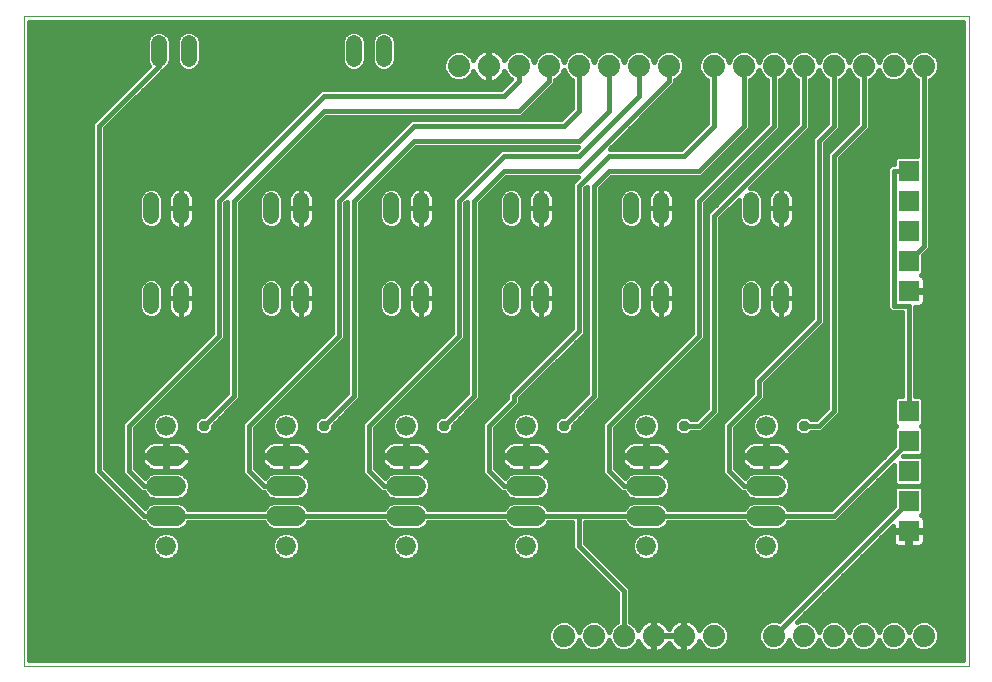
<source format=gbl>
G75*
G70*
%OFA0B0*%
%FSLAX24Y24*%
%IPPOS*%
%LPD*%
%AMOC8*
5,1,8,0,0,1.08239X$1,22.5*
%
%ADD10C,0.0000*%
%ADD11R,0.0709X0.0709*%
%ADD12C,0.0520*%
%ADD13C,0.0650*%
%ADD14C,0.0660*%
%ADD15C,0.0740*%
%ADD16C,0.0160*%
%ADD17OC8,0.0356*%
D10*
X002180Y000680D02*
X002180Y022334D01*
X033676Y022334D01*
X033676Y000680D01*
X002180Y000680D01*
D11*
X031680Y005180D03*
X031680Y006180D03*
X031680Y007180D03*
X031680Y008180D03*
X031680Y009164D03*
X031680Y013180D03*
X031680Y014180D03*
X031680Y015180D03*
X031680Y016180D03*
X031680Y017164D03*
D12*
X027430Y016190D02*
X027430Y015670D01*
X026430Y015670D02*
X026430Y016190D01*
X023430Y016190D02*
X023430Y015670D01*
X022430Y015670D02*
X022430Y016190D01*
X019430Y016190D02*
X019430Y015670D01*
X018430Y015670D02*
X018430Y016190D01*
X015430Y016190D02*
X015430Y015670D01*
X014430Y015670D02*
X014430Y016190D01*
X011430Y016190D02*
X011430Y015670D01*
X010430Y015670D02*
X010430Y016190D01*
X007430Y016190D02*
X007430Y015670D01*
X006430Y015670D02*
X006430Y016190D01*
X006430Y013190D02*
X006430Y012670D01*
X007430Y012670D02*
X007430Y013190D01*
X010430Y013190D02*
X010430Y012670D01*
X011430Y012670D02*
X011430Y013190D01*
X014430Y013190D02*
X014430Y012670D01*
X015430Y012670D02*
X015430Y013190D01*
X018430Y013190D02*
X018430Y012670D01*
X019430Y012670D02*
X019430Y013190D01*
X022430Y013190D02*
X022430Y012670D01*
X023430Y012670D02*
X023430Y013190D01*
X026430Y013190D02*
X026430Y012670D01*
X027430Y012670D02*
X027430Y013190D01*
X014180Y020920D02*
X014180Y021440D01*
X013180Y021440D02*
X013180Y020920D01*
X007680Y020920D02*
X007680Y021440D01*
X006680Y021440D02*
X006680Y020920D01*
D13*
X006605Y007680D02*
X007255Y007680D01*
X007255Y006680D02*
X006605Y006680D01*
X006605Y005680D02*
X007255Y005680D01*
X010605Y005680D02*
X011255Y005680D01*
X011255Y006680D02*
X010605Y006680D01*
X010605Y007680D02*
X011255Y007680D01*
X014605Y007680D02*
X015255Y007680D01*
X015255Y006680D02*
X014605Y006680D01*
X014605Y005680D02*
X015255Y005680D01*
X018605Y005680D02*
X019255Y005680D01*
X019255Y006680D02*
X018605Y006680D01*
X018605Y007680D02*
X019255Y007680D01*
X022605Y007680D02*
X023255Y007680D01*
X023255Y006680D02*
X022605Y006680D01*
X022605Y005680D02*
X023255Y005680D01*
X026605Y005680D02*
X027255Y005680D01*
X027255Y006680D02*
X026605Y006680D01*
X026605Y007680D02*
X027255Y007680D01*
D14*
X026930Y008680D03*
X022930Y008680D03*
X018930Y008680D03*
X014930Y008680D03*
X010930Y008680D03*
X006930Y008680D03*
X006930Y004680D03*
X010930Y004680D03*
X014930Y004680D03*
X018930Y004680D03*
X022930Y004680D03*
X026930Y004680D03*
D15*
X027180Y001680D03*
X028180Y001680D03*
X029180Y001680D03*
X030180Y001680D03*
X031180Y001680D03*
X032180Y001680D03*
X025180Y001680D03*
X024180Y001680D03*
X023180Y001680D03*
X022180Y001680D03*
X021180Y001680D03*
X020180Y001680D03*
X019680Y020680D03*
X018680Y020680D03*
X017680Y020680D03*
X016680Y020680D03*
X020680Y020680D03*
X021680Y020680D03*
X022680Y020680D03*
X023680Y020680D03*
X025180Y020680D03*
X026180Y020680D03*
X027180Y020680D03*
X028180Y020680D03*
X029180Y020680D03*
X030180Y020680D03*
X031180Y020680D03*
X032180Y020680D03*
D16*
X032180Y014680D01*
X031680Y014180D01*
X032174Y014153D02*
X033496Y014153D01*
X033496Y014311D02*
X032174Y014311D01*
X032174Y014363D02*
X032271Y014460D01*
X032400Y014589D01*
X032400Y020219D01*
X032469Y020248D01*
X032612Y020391D01*
X032690Y020579D01*
X032690Y020781D01*
X032612Y020969D01*
X032469Y021112D01*
X032281Y021190D01*
X032079Y021190D01*
X031891Y021112D01*
X031748Y020969D01*
X031680Y020806D01*
X031612Y020969D01*
X031469Y021112D01*
X031281Y021190D01*
X031079Y021190D01*
X030891Y021112D01*
X030748Y020969D01*
X030680Y020806D01*
X030612Y020969D01*
X030469Y021112D01*
X030281Y021190D01*
X030079Y021190D01*
X029891Y021112D01*
X029748Y020969D01*
X029680Y020806D01*
X029612Y020969D01*
X029469Y021112D01*
X029281Y021190D01*
X029079Y021190D01*
X028891Y021112D01*
X028748Y020969D01*
X028680Y020806D01*
X028612Y020969D01*
X028469Y021112D01*
X028281Y021190D01*
X028079Y021190D01*
X027891Y021112D01*
X027748Y020969D01*
X027680Y020806D01*
X027612Y020969D01*
X027469Y021112D01*
X027281Y021190D01*
X027079Y021190D01*
X026891Y021112D01*
X026748Y020969D01*
X026680Y020806D01*
X026612Y020969D01*
X026469Y021112D01*
X026281Y021190D01*
X026079Y021190D01*
X025891Y021112D01*
X025748Y020969D01*
X025680Y020806D01*
X025612Y020969D01*
X025469Y021112D01*
X025281Y021190D01*
X025079Y021190D01*
X024891Y021112D01*
X024748Y020969D01*
X024670Y020781D01*
X024670Y020579D01*
X024748Y020391D01*
X024891Y020248D01*
X024960Y020219D01*
X024960Y018771D01*
X024089Y017900D01*
X021711Y017900D01*
X023900Y020089D01*
X023900Y020219D01*
X023969Y020248D01*
X024112Y020391D01*
X024190Y020579D01*
X024190Y020781D01*
X024112Y020969D01*
X023969Y021112D01*
X023781Y021190D01*
X023579Y021190D01*
X023391Y021112D01*
X023248Y020969D01*
X023180Y020806D01*
X023112Y020969D01*
X022969Y021112D01*
X022781Y021190D01*
X022579Y021190D01*
X022391Y021112D01*
X022248Y020969D01*
X022180Y020806D01*
X022112Y020969D01*
X021969Y021112D01*
X021781Y021190D01*
X021579Y021190D01*
X021391Y021112D01*
X021248Y020969D01*
X021180Y020806D01*
X021112Y020969D01*
X020969Y021112D01*
X020781Y021190D01*
X020579Y021190D01*
X020391Y021112D01*
X020248Y020969D01*
X020180Y020806D01*
X020112Y020969D01*
X019969Y021112D01*
X019781Y021190D01*
X019579Y021190D01*
X019391Y021112D01*
X019248Y020969D01*
X019180Y020806D01*
X019112Y020969D01*
X018969Y021112D01*
X018781Y021190D01*
X018579Y021190D01*
X018391Y021112D01*
X018248Y020969D01*
X018201Y020856D01*
X018190Y020891D01*
X018150Y020968D01*
X018100Y021038D01*
X018038Y021100D01*
X017968Y021150D01*
X017891Y021190D01*
X017809Y021216D01*
X017723Y021230D01*
X017700Y021230D01*
X017700Y020700D01*
X017660Y020700D01*
X017660Y021230D01*
X017637Y021230D01*
X017551Y021216D01*
X017469Y021190D01*
X017392Y021150D01*
X017322Y021100D01*
X017260Y021038D01*
X017210Y020968D01*
X017170Y020891D01*
X017159Y020856D01*
X017112Y020969D01*
X016969Y021112D01*
X016781Y021190D01*
X016579Y021190D01*
X016391Y021112D01*
X016248Y020969D01*
X016170Y020781D01*
X016170Y020579D01*
X016248Y020391D01*
X016391Y020248D01*
X016579Y020170D01*
X016781Y020170D01*
X016969Y020248D01*
X017112Y020391D01*
X017159Y020504D01*
X017170Y020469D01*
X017210Y020392D01*
X017260Y020322D01*
X017322Y020260D01*
X017392Y020210D01*
X017469Y020170D01*
X017551Y020144D01*
X017637Y020130D01*
X017660Y020130D01*
X017660Y020660D01*
X017700Y020660D01*
X017700Y020130D01*
X017723Y020130D01*
X017809Y020144D01*
X017891Y020170D01*
X017968Y020210D01*
X018038Y020260D01*
X018100Y020322D01*
X018150Y020392D01*
X018190Y020469D01*
X018201Y020504D01*
X018248Y020391D01*
X018391Y020248D01*
X018423Y020234D01*
X018089Y019900D01*
X012089Y019900D01*
X008589Y016400D01*
X008460Y016271D01*
X008460Y011771D01*
X005589Y008900D01*
X005460Y008771D01*
X005460Y007089D01*
X005960Y006589D01*
X006089Y006460D01*
X006193Y006460D01*
X006211Y006417D01*
X006342Y006286D01*
X006513Y006215D01*
X007347Y006215D01*
X007518Y006286D01*
X007649Y006417D01*
X007720Y006588D01*
X007720Y006772D01*
X007649Y006943D01*
X007518Y007074D01*
X007347Y007145D01*
X006513Y007145D01*
X006342Y007074D01*
X006219Y006952D01*
X005900Y007271D01*
X005900Y008589D01*
X008900Y011589D01*
X008900Y016089D01*
X008960Y016149D01*
X008960Y009771D01*
X008187Y008998D01*
X008048Y008998D01*
X007862Y008812D01*
X007862Y008548D01*
X008048Y008362D01*
X008312Y008362D01*
X008498Y008548D01*
X008498Y008687D01*
X009400Y009589D01*
X009400Y016089D01*
X012271Y018960D01*
X018771Y018960D01*
X018900Y019089D01*
X019900Y020089D01*
X019900Y020219D01*
X019969Y020248D01*
X020112Y020391D01*
X020180Y020554D01*
X020248Y020391D01*
X020391Y020248D01*
X020460Y020219D01*
X020460Y019271D01*
X020089Y018900D01*
X015089Y018900D01*
X014960Y018771D01*
X012589Y016400D01*
X012589Y016400D01*
X012460Y016271D01*
X012460Y011771D01*
X009589Y008900D01*
X009460Y008771D01*
X009460Y007089D01*
X009960Y006589D01*
X010089Y006460D01*
X010193Y006460D01*
X010211Y006417D01*
X010342Y006286D01*
X010513Y006215D01*
X011347Y006215D01*
X011518Y006286D01*
X011649Y006417D01*
X011720Y006588D01*
X011720Y006772D01*
X011649Y006943D01*
X011518Y007074D01*
X011347Y007145D01*
X010513Y007145D01*
X010342Y007074D01*
X010219Y006952D01*
X009900Y007271D01*
X009900Y008589D01*
X012900Y011589D01*
X012900Y016089D01*
X012960Y016149D01*
X012960Y009771D01*
X012187Y008998D01*
X012048Y008998D01*
X011862Y008812D01*
X011862Y008548D01*
X012048Y008362D01*
X012312Y008362D01*
X012498Y008548D01*
X012498Y008687D01*
X013400Y009589D01*
X013400Y016089D01*
X015271Y017960D01*
X020649Y017960D01*
X020589Y017900D01*
X018089Y017900D01*
X016589Y016400D01*
X016460Y016271D01*
X016460Y011771D01*
X013589Y008900D01*
X013460Y008771D01*
X013460Y007089D01*
X013960Y006589D01*
X014089Y006460D01*
X014193Y006460D01*
X014211Y006417D01*
X014342Y006286D01*
X014513Y006215D01*
X015347Y006215D01*
X015518Y006286D01*
X015649Y006417D01*
X015720Y006588D01*
X015720Y006772D01*
X015649Y006943D01*
X015518Y007074D01*
X015347Y007145D01*
X014513Y007145D01*
X014342Y007074D01*
X014219Y006952D01*
X013900Y007271D01*
X013900Y008589D01*
X016900Y011589D01*
X016900Y016089D01*
X016960Y016149D01*
X016960Y009771D01*
X016187Y008998D01*
X016048Y008998D01*
X015862Y008812D01*
X015862Y008548D01*
X016048Y008362D01*
X016312Y008362D01*
X016498Y008548D01*
X016498Y008687D01*
X017400Y009589D01*
X017400Y016089D01*
X018271Y016960D01*
X020649Y016960D01*
X020589Y016900D01*
X020460Y016771D01*
X020460Y011936D01*
X018424Y009900D01*
X018295Y009771D01*
X018295Y009606D01*
X017589Y008900D01*
X017460Y008771D01*
X017460Y007089D01*
X017960Y006589D01*
X018089Y006460D01*
X018193Y006460D01*
X018211Y006417D01*
X018342Y006286D01*
X018513Y006215D01*
X019347Y006215D01*
X019518Y006286D01*
X019649Y006417D01*
X019720Y006588D01*
X019720Y006772D01*
X019649Y006943D01*
X019518Y007074D01*
X019347Y007145D01*
X018513Y007145D01*
X018342Y007074D01*
X018219Y006952D01*
X017900Y007271D01*
X017900Y008589D01*
X018735Y009424D01*
X018735Y009589D01*
X020900Y011754D01*
X020900Y016589D01*
X020960Y016649D01*
X020960Y009771D01*
X020187Y008998D01*
X020048Y008998D01*
X019862Y008812D01*
X019862Y008548D01*
X020048Y008362D01*
X020312Y008362D01*
X020498Y008548D01*
X020498Y008687D01*
X021400Y009589D01*
X021400Y016589D01*
X021771Y016960D01*
X024771Y016960D01*
X024900Y017089D01*
X026400Y018589D01*
X026400Y020219D01*
X026469Y020248D01*
X026612Y020391D01*
X026680Y020554D01*
X026748Y020391D01*
X026891Y020248D01*
X026960Y020219D01*
X026960Y018771D01*
X024589Y016400D01*
X024460Y016271D01*
X024460Y011771D01*
X021589Y008900D01*
X021460Y008771D01*
X021460Y007089D01*
X021960Y006589D01*
X022089Y006460D01*
X022193Y006460D01*
X022211Y006417D01*
X022342Y006286D01*
X022513Y006215D01*
X023347Y006215D01*
X023518Y006286D01*
X023649Y006417D01*
X023720Y006588D01*
X023720Y006772D01*
X023649Y006943D01*
X023518Y007074D01*
X023347Y007145D01*
X022513Y007145D01*
X022342Y007074D01*
X022219Y006952D01*
X021900Y007271D01*
X021900Y008589D01*
X024900Y011589D01*
X024900Y016089D01*
X027400Y018589D01*
X027400Y020219D01*
X027469Y020248D01*
X027612Y020391D01*
X027680Y020554D01*
X027748Y020391D01*
X027891Y020248D01*
X027960Y020219D01*
X027960Y018771D01*
X025089Y015900D01*
X024960Y015771D01*
X024960Y009271D01*
X024589Y008900D01*
X024410Y008900D01*
X024312Y008998D01*
X024048Y008998D01*
X023862Y008812D01*
X023862Y008548D01*
X024048Y008362D01*
X024312Y008362D01*
X024410Y008460D01*
X024771Y008460D01*
X024900Y008589D01*
X025400Y009089D01*
X025400Y015589D01*
X026030Y016219D01*
X026030Y015590D01*
X026091Y015443D01*
X026203Y015331D01*
X026350Y015270D01*
X026510Y015270D01*
X026657Y015331D01*
X026769Y015443D01*
X026830Y015590D01*
X026830Y016270D01*
X026769Y016417D01*
X026657Y016529D01*
X026510Y016590D01*
X026401Y016590D01*
X028400Y018589D01*
X028400Y020219D01*
X028469Y020248D01*
X028612Y020391D01*
X028680Y020554D01*
X028748Y020391D01*
X028891Y020248D01*
X028960Y020219D01*
X028960Y018771D01*
X028589Y018400D01*
X028460Y018271D01*
X028460Y012271D01*
X026589Y010400D01*
X026460Y010271D01*
X026460Y009771D01*
X025589Y008900D01*
X025460Y008771D01*
X025460Y007089D01*
X025960Y006589D01*
X026089Y006460D01*
X026193Y006460D01*
X026211Y006417D01*
X026342Y006286D01*
X026513Y006215D01*
X027347Y006215D01*
X027518Y006286D01*
X027649Y006417D01*
X027720Y006588D01*
X027720Y006772D01*
X027649Y006943D01*
X027518Y007074D01*
X027347Y007145D01*
X026513Y007145D01*
X026342Y007074D01*
X026219Y006952D01*
X025900Y007271D01*
X025900Y008589D01*
X026900Y009589D01*
X026900Y010089D01*
X028900Y012089D01*
X028900Y018089D01*
X029400Y018589D01*
X029400Y020219D01*
X029469Y020248D01*
X029612Y020391D01*
X029680Y020554D01*
X029748Y020391D01*
X029891Y020248D01*
X029960Y020219D01*
X029960Y018771D01*
X029089Y017900D01*
X029089Y017900D01*
X028960Y017771D01*
X028960Y009271D01*
X028589Y008900D01*
X028410Y008900D01*
X028312Y008998D01*
X028048Y008998D01*
X027862Y008812D01*
X027862Y008548D01*
X028048Y008362D01*
X028312Y008362D01*
X028410Y008460D01*
X028771Y008460D01*
X028900Y008589D01*
X029400Y009089D01*
X029400Y017589D01*
X030271Y018460D01*
X030271Y018460D01*
X030400Y018589D01*
X030400Y020219D01*
X030469Y020248D01*
X030612Y020391D01*
X030680Y020554D01*
X030748Y020391D01*
X030891Y020248D01*
X031079Y020170D01*
X031281Y020170D01*
X031469Y020248D01*
X031612Y020391D01*
X031680Y020554D01*
X031748Y020391D01*
X031891Y020248D01*
X031960Y020219D01*
X031960Y017659D01*
X031268Y017659D01*
X031186Y017577D01*
X031186Y017400D01*
X031089Y017400D01*
X030960Y017271D01*
X030960Y012589D01*
X031089Y012460D01*
X031460Y012460D01*
X031460Y009659D01*
X031268Y009659D01*
X031186Y009577D01*
X031186Y008752D01*
X031265Y008672D01*
X031186Y008592D01*
X031186Y007997D01*
X029089Y005900D01*
X027667Y005900D01*
X027649Y005943D01*
X027518Y006074D01*
X027347Y006145D01*
X026513Y006145D01*
X026342Y006074D01*
X026211Y005943D01*
X026193Y005900D01*
X023667Y005900D01*
X023649Y005943D01*
X023518Y006074D01*
X023347Y006145D01*
X022513Y006145D01*
X022342Y006074D01*
X022211Y005943D01*
X022193Y005900D01*
X019667Y005900D01*
X019649Y005943D01*
X019518Y006074D01*
X019347Y006145D01*
X018513Y006145D01*
X018342Y006074D01*
X018211Y005943D01*
X018193Y005900D01*
X015667Y005900D01*
X015649Y005943D01*
X015518Y006074D01*
X015347Y006145D01*
X014513Y006145D01*
X014342Y006074D01*
X014211Y005943D01*
X014193Y005900D01*
X011667Y005900D01*
X011649Y005943D01*
X011518Y006074D01*
X011347Y006145D01*
X010513Y006145D01*
X010342Y006074D01*
X010211Y005943D01*
X010193Y005900D01*
X007667Y005900D01*
X007649Y005943D01*
X007518Y006074D01*
X007347Y006145D01*
X006513Y006145D01*
X006342Y006074D01*
X006219Y005952D01*
X004900Y007271D01*
X004900Y018589D01*
X006882Y020571D01*
X006907Y020581D01*
X007019Y020693D01*
X007080Y020840D01*
X007080Y021520D01*
X007019Y021667D01*
X006907Y021779D01*
X006760Y021840D01*
X006600Y021840D01*
X006453Y021779D01*
X006341Y021667D01*
X006280Y021520D01*
X006280Y020840D01*
X006341Y020693D01*
X006362Y020673D01*
X004589Y018900D01*
X004460Y018771D01*
X004460Y007089D01*
X005960Y005589D01*
X006089Y005460D01*
X006193Y005460D01*
X006211Y005417D01*
X006342Y005286D01*
X006513Y005215D01*
X007347Y005215D01*
X007518Y005286D01*
X007649Y005417D01*
X007667Y005460D01*
X010193Y005460D01*
X010211Y005417D01*
X010342Y005286D01*
X010513Y005215D01*
X011347Y005215D01*
X011518Y005286D01*
X011649Y005417D01*
X011667Y005460D01*
X014193Y005460D01*
X014211Y005417D01*
X014342Y005286D01*
X014513Y005215D01*
X015347Y005215D01*
X015518Y005286D01*
X015649Y005417D01*
X015667Y005460D01*
X018193Y005460D01*
X018211Y005417D01*
X018342Y005286D01*
X018513Y005215D01*
X019347Y005215D01*
X019518Y005286D01*
X019649Y005417D01*
X019667Y005460D01*
X020460Y005460D01*
X020460Y004589D01*
X020589Y004460D01*
X021960Y003089D01*
X021960Y002141D01*
X021891Y002112D01*
X021748Y001969D01*
X021680Y001806D01*
X021612Y001969D01*
X021469Y002112D01*
X021281Y002190D01*
X021079Y002190D01*
X020891Y002112D01*
X020748Y001969D01*
X020680Y001806D01*
X020612Y001969D01*
X020469Y002112D01*
X020281Y002190D01*
X020079Y002190D01*
X019891Y002112D01*
X019748Y001969D01*
X019670Y001781D01*
X019670Y001579D01*
X019748Y001391D01*
X019891Y001248D01*
X020079Y001170D01*
X020281Y001170D01*
X020469Y001248D01*
X020612Y001391D01*
X020680Y001554D01*
X020748Y001391D01*
X020891Y001248D01*
X021079Y001170D01*
X021281Y001170D01*
X021469Y001248D01*
X021612Y001391D01*
X021680Y001554D01*
X021748Y001391D01*
X021891Y001248D01*
X022079Y001170D01*
X022281Y001170D01*
X022469Y001248D01*
X022612Y001391D01*
X022659Y001504D01*
X022670Y001469D01*
X022710Y001392D01*
X022760Y001322D01*
X022822Y001260D01*
X022892Y001210D01*
X022969Y001170D01*
X023051Y001144D01*
X023137Y001130D01*
X023160Y001130D01*
X023160Y001660D01*
X023200Y001660D01*
X023200Y001700D01*
X023160Y001700D01*
X023160Y002230D01*
X023137Y002230D01*
X023051Y002216D01*
X022969Y002190D01*
X022892Y002150D01*
X022822Y002100D01*
X022760Y002038D01*
X022710Y001968D01*
X022670Y001891D01*
X022659Y001856D01*
X022612Y001969D01*
X022469Y002112D01*
X022400Y002141D01*
X022400Y003271D01*
X020900Y004771D01*
X020900Y005460D01*
X022193Y005460D01*
X022211Y005417D01*
X022342Y005286D01*
X022513Y005215D01*
X023347Y005215D01*
X023518Y005286D01*
X023649Y005417D01*
X023667Y005460D01*
X026193Y005460D01*
X026211Y005417D01*
X026342Y005286D01*
X026513Y005215D01*
X027347Y005215D01*
X027518Y005286D01*
X027649Y005417D01*
X027667Y005460D01*
X029271Y005460D01*
X029400Y005589D01*
X031186Y007375D01*
X031186Y006768D01*
X031268Y006686D01*
X032092Y006686D01*
X032174Y006768D01*
X032174Y007592D01*
X032092Y007674D01*
X031485Y007674D01*
X031497Y007686D01*
X032092Y007686D01*
X032174Y007768D01*
X032174Y008592D01*
X032095Y008672D01*
X032174Y008752D01*
X032174Y009577D01*
X032092Y009659D01*
X031900Y009659D01*
X031900Y012646D01*
X032058Y012646D01*
X032104Y012658D01*
X032145Y012682D01*
X032178Y012715D01*
X032202Y012756D01*
X032214Y012802D01*
X032214Y013142D01*
X031718Y013142D01*
X031718Y013218D01*
X032214Y013218D01*
X032214Y013558D01*
X032202Y013604D01*
X032178Y013645D01*
X032145Y013678D01*
X032107Y013700D01*
X032174Y013768D01*
X032174Y014363D01*
X032281Y014470D02*
X033496Y014470D01*
X033496Y014628D02*
X032400Y014628D01*
X032400Y014787D02*
X033496Y014787D01*
X033496Y014945D02*
X032400Y014945D01*
X032400Y015104D02*
X033496Y015104D01*
X033496Y015262D02*
X032400Y015262D01*
X032400Y015421D02*
X033496Y015421D01*
X033496Y015579D02*
X032400Y015579D01*
X032400Y015738D02*
X033496Y015738D01*
X033496Y015896D02*
X032400Y015896D01*
X032400Y016055D02*
X033496Y016055D01*
X033496Y016213D02*
X032400Y016213D01*
X032400Y016372D02*
X033496Y016372D01*
X033496Y016530D02*
X032400Y016530D01*
X032400Y016689D02*
X033496Y016689D01*
X033496Y016847D02*
X032400Y016847D01*
X032400Y017006D02*
X033496Y017006D01*
X033496Y017164D02*
X032400Y017164D01*
X032400Y017323D02*
X033496Y017323D01*
X033496Y017481D02*
X032400Y017481D01*
X032400Y017640D02*
X033496Y017640D01*
X033496Y017798D02*
X032400Y017798D01*
X032400Y017957D02*
X033496Y017957D01*
X033496Y018115D02*
X032400Y018115D01*
X032400Y018274D02*
X033496Y018274D01*
X033496Y018432D02*
X032400Y018432D01*
X032400Y018591D02*
X033496Y018591D01*
X033496Y018749D02*
X032400Y018749D01*
X032400Y018908D02*
X033496Y018908D01*
X033496Y019066D02*
X032400Y019066D01*
X032400Y019225D02*
X033496Y019225D01*
X033496Y019383D02*
X032400Y019383D01*
X032400Y019542D02*
X033496Y019542D01*
X033496Y019700D02*
X032400Y019700D01*
X032400Y019859D02*
X033496Y019859D01*
X033496Y020017D02*
X032400Y020017D01*
X032400Y020176D02*
X033496Y020176D01*
X033496Y020334D02*
X032555Y020334D01*
X032654Y020493D02*
X033496Y020493D01*
X033496Y020651D02*
X032690Y020651D01*
X032678Y020810D02*
X033496Y020810D01*
X033496Y020968D02*
X032613Y020968D01*
X032435Y021127D02*
X033496Y021127D01*
X033496Y021285D02*
X014580Y021285D01*
X014580Y021127D02*
X016425Y021127D01*
X016247Y020968D02*
X014580Y020968D01*
X014580Y020840D02*
X014580Y021520D01*
X014519Y021667D01*
X014407Y021779D01*
X014260Y021840D01*
X014100Y021840D01*
X013953Y021779D01*
X013841Y021667D01*
X013780Y021520D01*
X013780Y020840D01*
X013841Y020693D01*
X013953Y020581D01*
X014100Y020520D01*
X014260Y020520D01*
X014407Y020581D01*
X014519Y020693D01*
X014580Y020840D01*
X014567Y020810D02*
X016182Y020810D01*
X016170Y020651D02*
X014477Y020651D01*
X013883Y020651D02*
X013477Y020651D01*
X013519Y020693D02*
X013580Y020840D01*
X013580Y021520D01*
X013519Y021667D01*
X013407Y021779D01*
X013260Y021840D01*
X013100Y021840D01*
X012953Y021779D01*
X012841Y021667D01*
X012780Y021520D01*
X012780Y020840D01*
X012841Y020693D01*
X012953Y020581D01*
X013100Y020520D01*
X013260Y020520D01*
X013407Y020581D01*
X013519Y020693D01*
X013567Y020810D02*
X013793Y020810D01*
X013780Y020968D02*
X013580Y020968D01*
X013580Y021127D02*
X013780Y021127D01*
X013780Y021285D02*
X013580Y021285D01*
X013580Y021444D02*
X013780Y021444D01*
X013814Y021602D02*
X013546Y021602D01*
X013425Y021761D02*
X013935Y021761D01*
X014425Y021761D02*
X033496Y021761D01*
X033496Y021919D02*
X002360Y021919D01*
X002360Y021761D02*
X006435Y021761D01*
X006314Y021602D02*
X002360Y021602D01*
X002360Y021444D02*
X006280Y021444D01*
X006280Y021285D02*
X002360Y021285D01*
X002360Y021127D02*
X006280Y021127D01*
X006280Y020968D02*
X002360Y020968D01*
X002360Y020810D02*
X006293Y020810D01*
X006340Y020651D02*
X002360Y020651D01*
X002360Y020493D02*
X006181Y020493D01*
X006023Y020334D02*
X002360Y020334D01*
X002360Y020176D02*
X005864Y020176D01*
X005706Y020017D02*
X002360Y020017D01*
X002360Y019859D02*
X005547Y019859D01*
X005389Y019700D02*
X002360Y019700D01*
X002360Y019542D02*
X005230Y019542D01*
X005072Y019383D02*
X002360Y019383D01*
X002360Y019225D02*
X004913Y019225D01*
X004755Y019066D02*
X002360Y019066D01*
X002360Y018908D02*
X004596Y018908D01*
X004460Y018749D02*
X002360Y018749D01*
X002360Y018591D02*
X004460Y018591D01*
X004460Y018432D02*
X002360Y018432D01*
X002360Y018274D02*
X004460Y018274D01*
X004460Y018115D02*
X002360Y018115D01*
X002360Y017957D02*
X004460Y017957D01*
X004460Y017798D02*
X002360Y017798D01*
X002360Y017640D02*
X004460Y017640D01*
X004460Y017481D02*
X002360Y017481D01*
X002360Y017323D02*
X004460Y017323D01*
X004460Y017164D02*
X002360Y017164D01*
X002360Y017006D02*
X004460Y017006D01*
X004460Y016847D02*
X002360Y016847D01*
X002360Y016689D02*
X004460Y016689D01*
X004460Y016530D02*
X002360Y016530D01*
X002360Y016372D02*
X004460Y016372D01*
X004460Y016213D02*
X002360Y016213D01*
X002360Y016055D02*
X004460Y016055D01*
X004460Y015896D02*
X002360Y015896D01*
X002360Y015738D02*
X004460Y015738D01*
X004460Y015579D02*
X002360Y015579D01*
X002360Y015421D02*
X004460Y015421D01*
X004460Y015262D02*
X002360Y015262D01*
X002360Y015104D02*
X004460Y015104D01*
X004460Y014945D02*
X002360Y014945D01*
X002360Y014787D02*
X004460Y014787D01*
X004460Y014628D02*
X002360Y014628D01*
X002360Y014470D02*
X004460Y014470D01*
X004460Y014311D02*
X002360Y014311D01*
X002360Y014153D02*
X004460Y014153D01*
X004460Y013994D02*
X002360Y013994D01*
X002360Y013836D02*
X004460Y013836D01*
X004460Y013677D02*
X002360Y013677D01*
X002360Y013519D02*
X004460Y013519D01*
X004460Y013360D02*
X002360Y013360D01*
X002360Y013202D02*
X004460Y013202D01*
X004460Y013043D02*
X002360Y013043D01*
X002360Y012885D02*
X004460Y012885D01*
X004460Y012726D02*
X002360Y012726D01*
X002360Y012568D02*
X004460Y012568D01*
X004460Y012409D02*
X002360Y012409D01*
X002360Y012251D02*
X004460Y012251D01*
X004460Y012092D02*
X002360Y012092D01*
X002360Y011934D02*
X004460Y011934D01*
X004460Y011775D02*
X002360Y011775D01*
X002360Y011617D02*
X004460Y011617D01*
X004460Y011458D02*
X002360Y011458D01*
X002360Y011300D02*
X004460Y011300D01*
X004460Y011141D02*
X002360Y011141D01*
X002360Y010983D02*
X004460Y010983D01*
X004460Y010824D02*
X002360Y010824D01*
X002360Y010666D02*
X004460Y010666D01*
X004460Y010507D02*
X002360Y010507D01*
X002360Y010349D02*
X004460Y010349D01*
X004460Y010190D02*
X002360Y010190D01*
X002360Y010032D02*
X004460Y010032D01*
X004460Y009873D02*
X002360Y009873D01*
X002360Y009715D02*
X004460Y009715D01*
X004460Y009556D02*
X002360Y009556D01*
X002360Y009398D02*
X004460Y009398D01*
X004460Y009239D02*
X002360Y009239D01*
X002360Y009081D02*
X004460Y009081D01*
X004460Y008922D02*
X002360Y008922D01*
X002360Y008764D02*
X004460Y008764D01*
X004460Y008605D02*
X002360Y008605D01*
X002360Y008447D02*
X004460Y008447D01*
X004460Y008288D02*
X002360Y008288D01*
X002360Y008130D02*
X004460Y008130D01*
X004460Y007971D02*
X002360Y007971D01*
X002360Y007813D02*
X004460Y007813D01*
X004460Y007654D02*
X002360Y007654D01*
X002360Y007496D02*
X004460Y007496D01*
X004460Y007337D02*
X002360Y007337D01*
X002360Y007179D02*
X004460Y007179D01*
X004529Y007020D02*
X002360Y007020D01*
X002360Y006862D02*
X004687Y006862D01*
X004846Y006703D02*
X002360Y006703D01*
X002360Y006545D02*
X005004Y006545D01*
X005163Y006386D02*
X002360Y006386D01*
X002360Y006228D02*
X005321Y006228D01*
X005480Y006069D02*
X002360Y006069D01*
X002360Y005911D02*
X005638Y005911D01*
X005797Y005752D02*
X002360Y005752D01*
X002360Y005594D02*
X005955Y005594D01*
X006180Y005680D02*
X006930Y005680D01*
X010930Y005680D01*
X014930Y005680D01*
X018930Y005680D01*
X020680Y005680D01*
X020680Y004680D01*
X022180Y003180D01*
X022180Y001680D01*
X022535Y001314D02*
X022768Y001314D01*
X022669Y001473D02*
X022646Y001473D01*
X023014Y001156D02*
X002360Y001156D01*
X002360Y001314D02*
X019825Y001314D01*
X019714Y001473D02*
X002360Y001473D01*
X002360Y001631D02*
X019670Y001631D01*
X019673Y001790D02*
X002360Y001790D01*
X002360Y001948D02*
X019739Y001948D01*
X019885Y002107D02*
X002360Y002107D01*
X002360Y002265D02*
X021960Y002265D01*
X021960Y002424D02*
X002360Y002424D01*
X002360Y002582D02*
X021960Y002582D01*
X021960Y002741D02*
X002360Y002741D01*
X002360Y002899D02*
X021960Y002899D01*
X021960Y003058D02*
X002360Y003058D01*
X002360Y003216D02*
X021833Y003216D01*
X021674Y003375D02*
X002360Y003375D01*
X002360Y003533D02*
X021516Y003533D01*
X021357Y003692D02*
X002360Y003692D01*
X002360Y003850D02*
X021199Y003850D01*
X021040Y004009D02*
X002360Y004009D01*
X002360Y004167D02*
X020882Y004167D01*
X020723Y004326D02*
X019240Y004326D01*
X019196Y004282D02*
X019328Y004414D01*
X019400Y004587D01*
X019400Y004773D01*
X019328Y004946D01*
X019196Y005078D01*
X019023Y005150D01*
X018837Y005150D01*
X018664Y005078D01*
X018532Y004946D01*
X018460Y004773D01*
X018460Y004587D01*
X018532Y004414D01*
X018664Y004282D01*
X018837Y004210D01*
X019023Y004210D01*
X019196Y004282D01*
X019358Y004484D02*
X020565Y004484D01*
X020460Y004643D02*
X019400Y004643D01*
X019389Y004801D02*
X020460Y004801D01*
X020460Y004960D02*
X019315Y004960D01*
X019101Y005118D02*
X020460Y005118D01*
X020460Y005277D02*
X019495Y005277D01*
X019656Y005435D02*
X020460Y005435D01*
X020680Y005680D02*
X022930Y005680D01*
X026930Y005680D01*
X029180Y005680D01*
X031680Y008180D01*
X031186Y008130D02*
X027485Y008130D01*
X027519Y008112D02*
X027449Y008148D01*
X027373Y008172D01*
X027295Y008185D01*
X026958Y008185D01*
X026958Y007708D01*
X026902Y007708D01*
X026902Y008185D01*
X026565Y008185D01*
X026487Y008172D01*
X026411Y008148D01*
X026341Y008112D01*
X026276Y008065D01*
X026220Y008009D01*
X026173Y007945D01*
X026137Y007874D01*
X026113Y007798D01*
X026100Y007720D01*
X026100Y007708D01*
X026902Y007708D01*
X026902Y007652D01*
X026958Y007652D01*
X026958Y007708D01*
X027760Y007708D01*
X027760Y007720D01*
X027747Y007798D01*
X027723Y007874D01*
X027687Y007945D01*
X027640Y008009D01*
X027584Y008065D01*
X027519Y008112D01*
X027667Y007971D02*
X031160Y007971D01*
X031001Y007813D02*
X027743Y007813D01*
X027760Y007652D02*
X026958Y007652D01*
X026958Y007175D01*
X027295Y007175D01*
X027373Y007188D01*
X027449Y007212D01*
X027519Y007248D01*
X027584Y007295D01*
X027640Y007351D01*
X027687Y007415D01*
X027723Y007486D01*
X027747Y007562D01*
X027760Y007640D01*
X027760Y007652D01*
X027726Y007496D02*
X030684Y007496D01*
X030843Y007654D02*
X026958Y007654D01*
X026902Y007654D02*
X025900Y007654D01*
X025900Y007496D02*
X026134Y007496D01*
X026137Y007486D02*
X026173Y007415D01*
X026220Y007351D01*
X026276Y007295D01*
X026341Y007248D01*
X026411Y007212D01*
X026487Y007188D01*
X026565Y007175D01*
X026902Y007175D01*
X026902Y007652D01*
X026100Y007652D01*
X026100Y007640D01*
X026113Y007562D01*
X026137Y007486D01*
X026234Y007337D02*
X025900Y007337D01*
X025993Y007179D02*
X026545Y007179D01*
X026288Y007020D02*
X026151Y007020D01*
X026180Y006680D02*
X025680Y007180D01*
X025680Y008680D01*
X026680Y009680D01*
X026680Y010180D01*
X028680Y012180D01*
X028680Y018180D01*
X029180Y018680D01*
X029180Y020680D01*
X029654Y020493D02*
X029706Y020493D01*
X029805Y020334D02*
X029555Y020334D01*
X029400Y020176D02*
X029960Y020176D01*
X029960Y020017D02*
X029400Y020017D01*
X029400Y019859D02*
X029960Y019859D01*
X029960Y019700D02*
X029400Y019700D01*
X029400Y019542D02*
X029960Y019542D01*
X029960Y019383D02*
X029400Y019383D01*
X029400Y019225D02*
X029960Y019225D01*
X029960Y019066D02*
X029400Y019066D01*
X029400Y018908D02*
X029960Y018908D01*
X029938Y018749D02*
X029400Y018749D01*
X029400Y018591D02*
X029779Y018591D01*
X029621Y018432D02*
X029243Y018432D01*
X029085Y018274D02*
X029462Y018274D01*
X029304Y018115D02*
X028926Y018115D01*
X028900Y017957D02*
X029145Y017957D01*
X028987Y017798D02*
X028900Y017798D01*
X028900Y017640D02*
X028960Y017640D01*
X028960Y017481D02*
X028900Y017481D01*
X028900Y017323D02*
X028960Y017323D01*
X028960Y017164D02*
X028900Y017164D01*
X028900Y017006D02*
X028960Y017006D01*
X028960Y016847D02*
X028900Y016847D01*
X028900Y016689D02*
X028960Y016689D01*
X028960Y016530D02*
X028900Y016530D01*
X028900Y016372D02*
X028960Y016372D01*
X028960Y016213D02*
X028900Y016213D01*
X028900Y016055D02*
X028960Y016055D01*
X028960Y015896D02*
X028900Y015896D01*
X028900Y015738D02*
X028960Y015738D01*
X028960Y015579D02*
X028900Y015579D01*
X028900Y015421D02*
X028960Y015421D01*
X028960Y015262D02*
X028900Y015262D01*
X028900Y015104D02*
X028960Y015104D01*
X028960Y014945D02*
X028900Y014945D01*
X028900Y014787D02*
X028960Y014787D01*
X028960Y014628D02*
X028900Y014628D01*
X028900Y014470D02*
X028960Y014470D01*
X028960Y014311D02*
X028900Y014311D01*
X028900Y014153D02*
X028960Y014153D01*
X028960Y013994D02*
X028900Y013994D01*
X028900Y013836D02*
X028960Y013836D01*
X028960Y013677D02*
X028900Y013677D01*
X028900Y013519D02*
X028960Y013519D01*
X028960Y013360D02*
X028900Y013360D01*
X028900Y013202D02*
X028960Y013202D01*
X028960Y013043D02*
X028900Y013043D01*
X028900Y012885D02*
X028960Y012885D01*
X028960Y012726D02*
X028900Y012726D01*
X028900Y012568D02*
X028960Y012568D01*
X028960Y012409D02*
X028900Y012409D01*
X028900Y012251D02*
X028960Y012251D01*
X028960Y012092D02*
X028900Y012092D01*
X028960Y011934D02*
X028745Y011934D01*
X028586Y011775D02*
X028960Y011775D01*
X028960Y011617D02*
X028428Y011617D01*
X028269Y011458D02*
X028960Y011458D01*
X028960Y011300D02*
X028111Y011300D01*
X027952Y011141D02*
X028960Y011141D01*
X028960Y010983D02*
X027794Y010983D01*
X027635Y010824D02*
X028960Y010824D01*
X028960Y010666D02*
X027477Y010666D01*
X027318Y010507D02*
X028960Y010507D01*
X028960Y010349D02*
X027160Y010349D01*
X027001Y010190D02*
X028960Y010190D01*
X028960Y010032D02*
X026900Y010032D01*
X026900Y009873D02*
X028960Y009873D01*
X028960Y009715D02*
X026900Y009715D01*
X026867Y009556D02*
X028960Y009556D01*
X028960Y009398D02*
X026709Y009398D01*
X026550Y009239D02*
X028928Y009239D01*
X028769Y009081D02*
X027191Y009081D01*
X027196Y009078D02*
X027023Y009150D01*
X026837Y009150D01*
X026664Y009078D01*
X026532Y008946D01*
X026460Y008773D01*
X026460Y008587D01*
X026532Y008414D01*
X026664Y008282D01*
X026837Y008210D01*
X027023Y008210D01*
X027196Y008282D01*
X027328Y008414D01*
X027400Y008587D01*
X027400Y008773D01*
X027328Y008946D01*
X027196Y009078D01*
X027338Y008922D02*
X027972Y008922D01*
X027862Y008764D02*
X027400Y008764D01*
X027400Y008605D02*
X027862Y008605D01*
X027964Y008447D02*
X027342Y008447D01*
X027203Y008288D02*
X031186Y008288D01*
X031186Y008447D02*
X028396Y008447D01*
X028180Y008680D02*
X028680Y008680D01*
X029180Y009180D01*
X029180Y017680D01*
X030180Y018680D01*
X030180Y020680D01*
X030555Y020334D02*
X030805Y020334D01*
X030706Y020493D02*
X030654Y020493D01*
X030400Y020176D02*
X031065Y020176D01*
X031295Y020176D02*
X031960Y020176D01*
X031960Y020017D02*
X030400Y020017D01*
X030400Y019859D02*
X031960Y019859D01*
X031960Y019700D02*
X030400Y019700D01*
X030400Y019542D02*
X031960Y019542D01*
X031960Y019383D02*
X030400Y019383D01*
X030400Y019225D02*
X031960Y019225D01*
X031960Y019066D02*
X030400Y019066D01*
X030400Y018908D02*
X031960Y018908D01*
X031960Y018749D02*
X030400Y018749D01*
X030400Y018591D02*
X031960Y018591D01*
X031960Y018432D02*
X030243Y018432D01*
X030085Y018274D02*
X031960Y018274D01*
X031960Y018115D02*
X029926Y018115D01*
X029768Y017957D02*
X031960Y017957D01*
X031960Y017798D02*
X029609Y017798D01*
X029451Y017640D02*
X031249Y017640D01*
X031186Y017481D02*
X029400Y017481D01*
X029400Y017323D02*
X031011Y017323D01*
X030960Y017164D02*
X029400Y017164D01*
X029400Y017006D02*
X030960Y017006D01*
X030960Y016847D02*
X029400Y016847D01*
X029400Y016689D02*
X030960Y016689D01*
X030960Y016530D02*
X029400Y016530D01*
X029400Y016372D02*
X030960Y016372D01*
X030960Y016213D02*
X029400Y016213D01*
X029400Y016055D02*
X030960Y016055D01*
X030960Y015896D02*
X029400Y015896D01*
X029400Y015738D02*
X030960Y015738D01*
X030960Y015579D02*
X029400Y015579D01*
X029400Y015421D02*
X030960Y015421D01*
X030960Y015262D02*
X029400Y015262D01*
X029400Y015104D02*
X030960Y015104D01*
X030960Y014945D02*
X029400Y014945D01*
X029400Y014787D02*
X030960Y014787D01*
X030960Y014628D02*
X029400Y014628D01*
X029400Y014470D02*
X030960Y014470D01*
X030960Y014311D02*
X029400Y014311D01*
X029400Y014153D02*
X030960Y014153D01*
X030960Y013994D02*
X029400Y013994D01*
X029400Y013836D02*
X030960Y013836D01*
X030960Y013677D02*
X029400Y013677D01*
X029400Y013519D02*
X030960Y013519D01*
X030960Y013360D02*
X029400Y013360D01*
X029400Y013202D02*
X030960Y013202D01*
X030960Y013043D02*
X029400Y013043D01*
X029400Y012885D02*
X030960Y012885D01*
X030960Y012726D02*
X029400Y012726D01*
X029400Y012568D02*
X030981Y012568D01*
X031180Y012680D02*
X031180Y017180D01*
X031680Y017180D01*
X031680Y017164D01*
X028938Y018749D02*
X028400Y018749D01*
X028400Y018591D02*
X028779Y018591D01*
X028621Y018432D02*
X028243Y018432D01*
X028085Y018274D02*
X028462Y018274D01*
X028460Y018115D02*
X027926Y018115D01*
X027768Y017957D02*
X028460Y017957D01*
X028460Y017798D02*
X027609Y017798D01*
X027451Y017640D02*
X028460Y017640D01*
X028460Y017481D02*
X027292Y017481D01*
X027134Y017323D02*
X028460Y017323D01*
X028460Y017164D02*
X026975Y017164D01*
X026817Y017006D02*
X028460Y017006D01*
X028460Y016847D02*
X026658Y016847D01*
X026500Y016689D02*
X028460Y016689D01*
X028460Y016530D02*
X027711Y016530D01*
X027717Y016526D02*
X027661Y016566D01*
X027599Y016598D01*
X027533Y016619D01*
X027465Y016630D01*
X027430Y016630D01*
X027430Y015930D01*
X027870Y015930D01*
X027870Y016225D01*
X027859Y016293D01*
X027838Y016359D01*
X027806Y016421D01*
X027766Y016477D01*
X027717Y016526D01*
X027831Y016372D02*
X028460Y016372D01*
X028460Y016213D02*
X027870Y016213D01*
X027870Y016055D02*
X028460Y016055D01*
X028460Y015896D02*
X027870Y015896D01*
X027870Y015930D02*
X027430Y015930D01*
X027430Y015930D01*
X027430Y015930D01*
X027430Y015230D01*
X027465Y015230D01*
X027533Y015241D01*
X027599Y015262D01*
X027661Y015294D01*
X027717Y015334D01*
X027766Y015383D01*
X027806Y015439D01*
X027838Y015501D01*
X027859Y015567D01*
X027870Y015635D01*
X027870Y015930D01*
X027870Y015738D02*
X028460Y015738D01*
X028460Y015579D02*
X027861Y015579D01*
X027793Y015421D02*
X028460Y015421D01*
X028460Y015262D02*
X027598Y015262D01*
X027430Y015262D02*
X027430Y015262D01*
X027430Y015230D02*
X027430Y015930D01*
X027430Y015930D01*
X027430Y015930D01*
X026990Y015930D01*
X026990Y016225D01*
X027001Y016293D01*
X027022Y016359D01*
X027054Y016421D01*
X027094Y016477D01*
X027143Y016526D01*
X027199Y016566D01*
X027261Y016598D01*
X027327Y016619D01*
X027395Y016630D01*
X027430Y016630D01*
X027430Y015930D01*
X026990Y015930D01*
X026990Y015635D01*
X027001Y015567D01*
X027022Y015501D01*
X027054Y015439D01*
X027094Y015383D01*
X027143Y015334D01*
X027199Y015294D01*
X027261Y015262D01*
X027327Y015241D01*
X027395Y015230D01*
X027430Y015230D01*
X027262Y015262D02*
X025400Y015262D01*
X025400Y015104D02*
X028460Y015104D01*
X028460Y014945D02*
X025400Y014945D01*
X025400Y014787D02*
X028460Y014787D01*
X028460Y014628D02*
X025400Y014628D01*
X025400Y014470D02*
X028460Y014470D01*
X028460Y014311D02*
X025400Y014311D01*
X025400Y014153D02*
X028460Y014153D01*
X028460Y013994D02*
X025400Y013994D01*
X025400Y013836D02*
X028460Y013836D01*
X028460Y013677D02*
X025400Y013677D01*
X025400Y013519D02*
X026193Y013519D01*
X026203Y013529D02*
X026091Y013417D01*
X026030Y013270D01*
X026030Y012590D01*
X026091Y012443D01*
X026203Y012331D01*
X026350Y012270D01*
X026510Y012270D01*
X026657Y012331D01*
X026769Y012443D01*
X026830Y012590D01*
X026830Y013270D01*
X026769Y013417D01*
X026657Y013529D01*
X026510Y013590D01*
X026350Y013590D01*
X026203Y013529D01*
X026067Y013360D02*
X025400Y013360D01*
X025400Y013202D02*
X026030Y013202D01*
X026030Y013043D02*
X025400Y013043D01*
X025400Y012885D02*
X026030Y012885D01*
X026030Y012726D02*
X025400Y012726D01*
X025400Y012568D02*
X026039Y012568D01*
X026125Y012409D02*
X025400Y012409D01*
X025400Y012251D02*
X027297Y012251D01*
X027327Y012241D02*
X027395Y012230D01*
X027430Y012230D01*
X027465Y012230D01*
X027533Y012241D01*
X027599Y012262D01*
X027661Y012294D01*
X027717Y012334D01*
X027766Y012383D01*
X027806Y012439D01*
X027838Y012501D01*
X027859Y012567D01*
X027870Y012635D01*
X027870Y012930D01*
X027870Y013225D01*
X027859Y013293D01*
X027838Y013359D01*
X027806Y013421D01*
X027766Y013477D01*
X027717Y013526D01*
X027661Y013566D01*
X027599Y013598D01*
X027533Y013619D01*
X027465Y013630D01*
X027430Y013630D01*
X027430Y012930D01*
X027870Y012930D01*
X027430Y012930D01*
X027430Y012930D01*
X027430Y012930D01*
X027430Y012230D01*
X027430Y012930D01*
X027430Y012930D01*
X027430Y012930D01*
X026990Y012930D01*
X026990Y013225D01*
X027001Y013293D01*
X027022Y013359D01*
X027054Y013421D01*
X027094Y013477D01*
X027143Y013526D01*
X027199Y013566D01*
X027261Y013598D01*
X027327Y013619D01*
X027395Y013630D01*
X027430Y013630D01*
X027430Y012930D01*
X026990Y012930D01*
X026990Y012635D01*
X027001Y012567D01*
X027022Y012501D01*
X027054Y012439D01*
X027094Y012383D01*
X027143Y012334D01*
X027199Y012294D01*
X027261Y012262D01*
X027327Y012241D01*
X027430Y012251D02*
X027430Y012251D01*
X027563Y012251D02*
X028439Y012251D01*
X028460Y012409D02*
X027784Y012409D01*
X027859Y012568D02*
X028460Y012568D01*
X028460Y012726D02*
X027870Y012726D01*
X027870Y012885D02*
X028460Y012885D01*
X028460Y013043D02*
X027870Y013043D01*
X027870Y013202D02*
X028460Y013202D01*
X028460Y013360D02*
X027837Y013360D01*
X027724Y013519D02*
X028460Y013519D01*
X027430Y013519D02*
X027430Y013519D01*
X027430Y013360D02*
X027430Y013360D01*
X027430Y013202D02*
X027430Y013202D01*
X027430Y013043D02*
X027430Y013043D01*
X027430Y012885D02*
X027430Y012885D01*
X027430Y012726D02*
X027430Y012726D01*
X027430Y012568D02*
X027430Y012568D01*
X027430Y012409D02*
X027430Y012409D01*
X027076Y012409D02*
X026735Y012409D01*
X026821Y012568D02*
X027001Y012568D01*
X026990Y012726D02*
X026830Y012726D01*
X026830Y012885D02*
X026990Y012885D01*
X026990Y013043D02*
X026830Y013043D01*
X026830Y013202D02*
X026990Y013202D01*
X027023Y013360D02*
X026793Y013360D01*
X026667Y013519D02*
X027136Y013519D01*
X028281Y012092D02*
X025400Y012092D01*
X025400Y011934D02*
X028122Y011934D01*
X027964Y011775D02*
X025400Y011775D01*
X025400Y011617D02*
X027805Y011617D01*
X027647Y011458D02*
X025400Y011458D01*
X025400Y011300D02*
X027488Y011300D01*
X027330Y011141D02*
X025400Y011141D01*
X025400Y010983D02*
X027171Y010983D01*
X027013Y010824D02*
X025400Y010824D01*
X025400Y010666D02*
X026854Y010666D01*
X026696Y010507D02*
X025400Y010507D01*
X025400Y010349D02*
X026537Y010349D01*
X026460Y010190D02*
X025400Y010190D01*
X025400Y010032D02*
X026460Y010032D01*
X026460Y009873D02*
X025400Y009873D01*
X025400Y009715D02*
X026403Y009715D01*
X026245Y009556D02*
X025400Y009556D01*
X025400Y009398D02*
X026086Y009398D01*
X025928Y009239D02*
X025400Y009239D01*
X025392Y009081D02*
X025769Y009081D01*
X025611Y008922D02*
X025233Y008922D01*
X025075Y008764D02*
X025460Y008764D01*
X025460Y008605D02*
X024916Y008605D01*
X024680Y008680D02*
X024180Y008680D01*
X024396Y008447D02*
X025460Y008447D01*
X025460Y008288D02*
X023203Y008288D01*
X023196Y008282D02*
X023328Y008414D01*
X023400Y008587D01*
X023400Y008773D01*
X023328Y008946D01*
X023196Y009078D01*
X023023Y009150D01*
X022837Y009150D01*
X022664Y009078D01*
X022532Y008946D01*
X022460Y008773D01*
X022460Y008587D01*
X022532Y008414D01*
X022664Y008282D01*
X022837Y008210D01*
X023023Y008210D01*
X023196Y008282D01*
X023295Y008185D02*
X022958Y008185D01*
X022958Y007708D01*
X022902Y007708D01*
X022902Y008185D01*
X022565Y008185D01*
X022487Y008172D01*
X022411Y008148D01*
X022341Y008112D01*
X022276Y008065D01*
X022220Y008009D01*
X022173Y007945D01*
X022137Y007874D01*
X022113Y007798D01*
X022100Y007720D01*
X022100Y007708D01*
X022902Y007708D01*
X022902Y007652D01*
X022958Y007652D01*
X022958Y007708D01*
X023760Y007708D01*
X023760Y007720D01*
X023747Y007798D01*
X023723Y007874D01*
X023687Y007945D01*
X023640Y008009D01*
X023584Y008065D01*
X023519Y008112D01*
X023449Y008148D01*
X023373Y008172D01*
X023295Y008185D01*
X023485Y008130D02*
X025460Y008130D01*
X025460Y007971D02*
X023667Y007971D01*
X023743Y007813D02*
X025460Y007813D01*
X025460Y007654D02*
X022958Y007654D01*
X022958Y007652D02*
X023760Y007652D01*
X023760Y007640D01*
X023747Y007562D01*
X023723Y007486D01*
X023687Y007415D01*
X023640Y007351D01*
X023584Y007295D01*
X023519Y007248D01*
X023449Y007212D01*
X023373Y007188D01*
X023295Y007175D01*
X022958Y007175D01*
X022958Y007652D01*
X022902Y007652D02*
X022902Y007175D01*
X022565Y007175D01*
X022487Y007188D01*
X022411Y007212D01*
X022341Y007248D01*
X022276Y007295D01*
X022220Y007351D01*
X022173Y007415D01*
X022137Y007486D01*
X022113Y007562D01*
X022100Y007640D01*
X022100Y007652D01*
X022902Y007652D01*
X022902Y007654D02*
X021900Y007654D01*
X021900Y007496D02*
X022134Y007496D01*
X022234Y007337D02*
X021900Y007337D01*
X021993Y007179D02*
X022545Y007179D01*
X022288Y007020D02*
X022151Y007020D01*
X022180Y006680D02*
X022930Y006680D01*
X023572Y007020D02*
X025529Y007020D01*
X025460Y007179D02*
X023315Y007179D01*
X023626Y007337D02*
X025460Y007337D01*
X025460Y007496D02*
X023726Y007496D01*
X023683Y006862D02*
X025687Y006862D01*
X025846Y006703D02*
X023720Y006703D01*
X023702Y006545D02*
X026004Y006545D01*
X026180Y006680D02*
X026930Y006680D01*
X027180Y006680D01*
X027572Y007020D02*
X030209Y007020D01*
X030367Y007179D02*
X027315Y007179D01*
X027626Y007337D02*
X030526Y007337D01*
X030831Y007020D02*
X031186Y007020D01*
X031186Y006862D02*
X030673Y006862D01*
X030514Y006703D02*
X031250Y006703D01*
X031268Y006674D02*
X031186Y006592D01*
X031186Y005997D01*
X027350Y002161D01*
X027281Y002190D01*
X027079Y002190D01*
X026891Y002112D01*
X026748Y001969D01*
X026670Y001781D01*
X026670Y001579D01*
X026748Y001391D01*
X026891Y001248D01*
X027079Y001170D01*
X027281Y001170D01*
X027469Y001248D01*
X027612Y001391D01*
X027680Y001554D01*
X027748Y001391D01*
X027891Y001248D01*
X028079Y001170D01*
X028281Y001170D01*
X028469Y001248D01*
X028612Y001391D01*
X028680Y001554D01*
X028748Y001391D01*
X028891Y001248D01*
X029079Y001170D01*
X029281Y001170D01*
X029469Y001248D01*
X029612Y001391D01*
X029680Y001554D01*
X029748Y001391D01*
X029891Y001248D01*
X030079Y001170D01*
X030281Y001170D01*
X030469Y001248D01*
X030612Y001391D01*
X030680Y001554D01*
X030748Y001391D01*
X030891Y001248D01*
X031079Y001170D01*
X031281Y001170D01*
X031469Y001248D01*
X031612Y001391D01*
X031680Y001554D01*
X031748Y001391D01*
X031891Y001248D01*
X032079Y001170D01*
X032281Y001170D01*
X032469Y001248D01*
X032612Y001391D01*
X032690Y001579D01*
X032690Y001781D01*
X032612Y001969D01*
X032469Y002112D01*
X032281Y002190D01*
X032079Y002190D01*
X031891Y002112D01*
X031748Y001969D01*
X031680Y001806D01*
X031612Y001969D01*
X031469Y002112D01*
X031281Y002190D01*
X031079Y002190D01*
X030891Y002112D01*
X030748Y001969D01*
X030680Y001806D01*
X030612Y001969D01*
X030469Y002112D01*
X030281Y002190D01*
X030079Y002190D01*
X029891Y002112D01*
X029748Y001969D01*
X029680Y001806D01*
X029612Y001969D01*
X029469Y002112D01*
X029281Y002190D01*
X029079Y002190D01*
X028891Y002112D01*
X028748Y001969D01*
X028680Y001806D01*
X028612Y001969D01*
X028469Y002112D01*
X028281Y002190D01*
X028079Y002190D01*
X027946Y002135D01*
X031146Y005335D01*
X031146Y005218D01*
X031642Y005218D01*
X031642Y005142D01*
X031718Y005142D01*
X031718Y005218D01*
X032214Y005218D01*
X032214Y005558D01*
X032202Y005604D01*
X032178Y005645D01*
X032145Y005678D01*
X032107Y005700D01*
X032174Y005768D01*
X032174Y006592D01*
X032092Y006674D01*
X031268Y006674D01*
X031186Y006545D02*
X030356Y006545D01*
X030197Y006386D02*
X031186Y006386D01*
X031186Y006228D02*
X030039Y006228D01*
X029880Y006069D02*
X031186Y006069D01*
X031099Y005911D02*
X029722Y005911D01*
X029563Y005752D02*
X030941Y005752D01*
X030782Y005594D02*
X029405Y005594D01*
X029099Y005911D02*
X027662Y005911D01*
X027523Y006069D02*
X029258Y006069D01*
X029416Y006228D02*
X027377Y006228D01*
X027618Y006386D02*
X029575Y006386D01*
X029733Y006545D02*
X027702Y006545D01*
X027720Y006703D02*
X029892Y006703D01*
X030050Y006862D02*
X027683Y006862D01*
X026958Y007179D02*
X026902Y007179D01*
X026902Y007337D02*
X026958Y007337D01*
X026958Y007496D02*
X026902Y007496D01*
X026902Y007813D02*
X026958Y007813D01*
X026958Y007971D02*
X026902Y007971D01*
X026902Y008130D02*
X026958Y008130D01*
X026657Y008288D02*
X025900Y008288D01*
X025900Y008130D02*
X026375Y008130D01*
X026193Y007971D02*
X025900Y007971D01*
X025900Y007813D02*
X026117Y007813D01*
X025900Y008447D02*
X026518Y008447D01*
X026460Y008605D02*
X025916Y008605D01*
X026075Y008764D02*
X026460Y008764D01*
X026522Y008922D02*
X026233Y008922D01*
X026392Y009081D02*
X026669Y009081D01*
X025180Y009180D02*
X024680Y008680D01*
X024611Y008922D02*
X024388Y008922D01*
X024769Y009081D02*
X023191Y009081D01*
X023338Y008922D02*
X023972Y008922D01*
X023862Y008764D02*
X023400Y008764D01*
X023400Y008605D02*
X023862Y008605D01*
X023964Y008447D02*
X023342Y008447D01*
X022958Y008130D02*
X022902Y008130D01*
X022902Y007971D02*
X022958Y007971D01*
X022958Y007813D02*
X022902Y007813D01*
X022902Y007496D02*
X022958Y007496D01*
X022958Y007337D02*
X022902Y007337D01*
X022902Y007179D02*
X022958Y007179D01*
X022180Y006680D02*
X021680Y007180D01*
X021680Y008680D01*
X024680Y011680D01*
X024680Y016180D01*
X027180Y018680D01*
X027180Y020680D01*
X026706Y020493D02*
X026654Y020493D01*
X026555Y020334D02*
X026805Y020334D01*
X026960Y020176D02*
X026400Y020176D01*
X026400Y020017D02*
X026960Y020017D01*
X026960Y019859D02*
X026400Y019859D01*
X026400Y019700D02*
X026960Y019700D01*
X026960Y019542D02*
X026400Y019542D01*
X026400Y019383D02*
X026960Y019383D01*
X026960Y019225D02*
X026400Y019225D01*
X026400Y019066D02*
X026960Y019066D01*
X026960Y018908D02*
X026400Y018908D01*
X026400Y018749D02*
X026938Y018749D01*
X026779Y018591D02*
X026400Y018591D01*
X026243Y018432D02*
X026621Y018432D01*
X026462Y018274D02*
X026085Y018274D01*
X025926Y018115D02*
X026304Y018115D01*
X026145Y017957D02*
X025768Y017957D01*
X025609Y017798D02*
X025987Y017798D01*
X025828Y017640D02*
X025451Y017640D01*
X025292Y017481D02*
X025670Y017481D01*
X025511Y017323D02*
X025134Y017323D01*
X024975Y017164D02*
X025353Y017164D01*
X025194Y017006D02*
X024817Y017006D01*
X024680Y017180D02*
X021680Y017180D01*
X021180Y016680D01*
X021180Y009680D01*
X020180Y008680D01*
X020396Y008447D02*
X021460Y008447D01*
X021460Y008605D02*
X020498Y008605D01*
X020575Y008764D02*
X021460Y008764D01*
X021611Y008922D02*
X020733Y008922D01*
X020892Y009081D02*
X021769Y009081D01*
X021928Y009239D02*
X021050Y009239D01*
X021209Y009398D02*
X022086Y009398D01*
X022245Y009556D02*
X021367Y009556D01*
X021400Y009715D02*
X022403Y009715D01*
X022562Y009873D02*
X021400Y009873D01*
X021400Y010032D02*
X022720Y010032D01*
X022879Y010190D02*
X021400Y010190D01*
X021400Y010349D02*
X023037Y010349D01*
X023196Y010507D02*
X021400Y010507D01*
X021400Y010666D02*
X023354Y010666D01*
X023513Y010824D02*
X021400Y010824D01*
X021400Y010983D02*
X023671Y010983D01*
X023830Y011141D02*
X021400Y011141D01*
X021400Y011300D02*
X023988Y011300D01*
X024147Y011458D02*
X021400Y011458D01*
X021400Y011617D02*
X024305Y011617D01*
X024460Y011775D02*
X021400Y011775D01*
X021400Y011934D02*
X024460Y011934D01*
X024460Y012092D02*
X021400Y012092D01*
X021400Y012251D02*
X023297Y012251D01*
X023327Y012241D02*
X023395Y012230D01*
X023430Y012230D01*
X023465Y012230D01*
X023533Y012241D01*
X023599Y012262D01*
X023661Y012294D01*
X023717Y012334D01*
X023766Y012383D01*
X023806Y012439D01*
X023838Y012501D01*
X023859Y012567D01*
X023870Y012635D01*
X023870Y012930D01*
X023870Y013225D01*
X023859Y013293D01*
X023838Y013359D01*
X023806Y013421D01*
X023766Y013477D01*
X023717Y013526D01*
X023661Y013566D01*
X023599Y013598D01*
X023533Y013619D01*
X023465Y013630D01*
X023430Y013630D01*
X023430Y012930D01*
X023870Y012930D01*
X023430Y012930D01*
X023430Y012930D01*
X023430Y012930D01*
X023430Y012230D01*
X023430Y012930D01*
X023430Y012930D01*
X023430Y012930D01*
X022990Y012930D01*
X022990Y013225D01*
X023001Y013293D01*
X023022Y013359D01*
X023054Y013421D01*
X023094Y013477D01*
X023143Y013526D01*
X023199Y013566D01*
X023261Y013598D01*
X023327Y013619D01*
X023395Y013630D01*
X023430Y013630D01*
X023430Y012930D01*
X022990Y012930D01*
X022990Y012635D01*
X023001Y012567D01*
X023022Y012501D01*
X023054Y012439D01*
X023094Y012383D01*
X023143Y012334D01*
X023199Y012294D01*
X023261Y012262D01*
X023327Y012241D01*
X023430Y012251D02*
X023430Y012251D01*
X023563Y012251D02*
X024460Y012251D01*
X024460Y012409D02*
X023784Y012409D01*
X023859Y012568D02*
X024460Y012568D01*
X024460Y012726D02*
X023870Y012726D01*
X023870Y012885D02*
X024460Y012885D01*
X024460Y013043D02*
X023870Y013043D01*
X023870Y013202D02*
X024460Y013202D01*
X024460Y013360D02*
X023837Y013360D01*
X023724Y013519D02*
X024460Y013519D01*
X024460Y013677D02*
X021400Y013677D01*
X021400Y013519D02*
X022193Y013519D01*
X022203Y013529D02*
X022091Y013417D01*
X022030Y013270D01*
X022030Y012590D01*
X022091Y012443D01*
X022203Y012331D01*
X022350Y012270D01*
X022510Y012270D01*
X022657Y012331D01*
X022769Y012443D01*
X022830Y012590D01*
X022830Y013270D01*
X022769Y013417D01*
X022657Y013529D01*
X022510Y013590D01*
X022350Y013590D01*
X022203Y013529D01*
X022067Y013360D02*
X021400Y013360D01*
X021400Y013202D02*
X022030Y013202D01*
X022030Y013043D02*
X021400Y013043D01*
X021400Y012885D02*
X022030Y012885D01*
X022030Y012726D02*
X021400Y012726D01*
X021400Y012568D02*
X022039Y012568D01*
X022125Y012409D02*
X021400Y012409D01*
X020960Y012409D02*
X020900Y012409D01*
X020900Y012251D02*
X020960Y012251D01*
X020960Y012092D02*
X020900Y012092D01*
X020900Y011934D02*
X020960Y011934D01*
X020960Y011775D02*
X020900Y011775D01*
X020960Y011617D02*
X020762Y011617D01*
X020604Y011458D02*
X020960Y011458D01*
X020960Y011300D02*
X020445Y011300D01*
X020287Y011141D02*
X020960Y011141D01*
X020960Y010983D02*
X020128Y010983D01*
X019970Y010824D02*
X020960Y010824D01*
X020960Y010666D02*
X019811Y010666D01*
X019653Y010507D02*
X020960Y010507D01*
X020960Y010349D02*
X019494Y010349D01*
X019336Y010190D02*
X020960Y010190D01*
X020960Y010032D02*
X019177Y010032D01*
X019019Y009873D02*
X020960Y009873D01*
X020903Y009715D02*
X018860Y009715D01*
X018735Y009556D02*
X020745Y009556D01*
X020586Y009398D02*
X018709Y009398D01*
X018550Y009239D02*
X020428Y009239D01*
X020269Y009081D02*
X019191Y009081D01*
X019196Y009078D02*
X019023Y009150D01*
X018837Y009150D01*
X018664Y009078D01*
X018532Y008946D01*
X018460Y008773D01*
X018460Y008587D01*
X018532Y008414D01*
X018664Y008282D01*
X018837Y008210D01*
X019023Y008210D01*
X019196Y008282D01*
X019328Y008414D01*
X019400Y008587D01*
X019400Y008773D01*
X019328Y008946D01*
X019196Y009078D01*
X019338Y008922D02*
X019972Y008922D01*
X019862Y008764D02*
X019400Y008764D01*
X019400Y008605D02*
X019862Y008605D01*
X019964Y008447D02*
X019342Y008447D01*
X019203Y008288D02*
X021460Y008288D01*
X021460Y008130D02*
X019485Y008130D01*
X019519Y008112D02*
X019449Y008148D01*
X019373Y008172D01*
X019295Y008185D01*
X018958Y008185D01*
X018958Y007708D01*
X018902Y007708D01*
X018902Y008185D01*
X018565Y008185D01*
X018487Y008172D01*
X018411Y008148D01*
X018341Y008112D01*
X018276Y008065D01*
X018220Y008009D01*
X018173Y007945D01*
X018137Y007874D01*
X018113Y007798D01*
X018100Y007720D01*
X018100Y007708D01*
X018902Y007708D01*
X018902Y007652D01*
X018958Y007652D01*
X018958Y007708D01*
X019760Y007708D01*
X019760Y007720D01*
X019747Y007798D01*
X019723Y007874D01*
X019687Y007945D01*
X019640Y008009D01*
X019584Y008065D01*
X019519Y008112D01*
X019667Y007971D02*
X021460Y007971D01*
X021460Y007813D02*
X019743Y007813D01*
X019760Y007652D02*
X018958Y007652D01*
X018958Y007175D01*
X019295Y007175D01*
X019373Y007188D01*
X019449Y007212D01*
X019519Y007248D01*
X019584Y007295D01*
X019640Y007351D01*
X019687Y007415D01*
X019723Y007486D01*
X019747Y007562D01*
X019760Y007640D01*
X019760Y007652D01*
X019726Y007496D02*
X021460Y007496D01*
X021460Y007654D02*
X018958Y007654D01*
X018902Y007654D02*
X017900Y007654D01*
X017900Y007496D02*
X018134Y007496D01*
X018137Y007486D02*
X018173Y007415D01*
X018220Y007351D01*
X018276Y007295D01*
X018341Y007248D01*
X018411Y007212D01*
X018487Y007188D01*
X018565Y007175D01*
X018902Y007175D01*
X018902Y007652D01*
X018100Y007652D01*
X018100Y007640D01*
X018113Y007562D01*
X018137Y007486D01*
X018234Y007337D02*
X017900Y007337D01*
X017993Y007179D02*
X018545Y007179D01*
X018288Y007020D02*
X018151Y007020D01*
X018180Y006680D02*
X018930Y006680D01*
X018902Y007179D02*
X018958Y007179D01*
X018958Y007337D02*
X018902Y007337D01*
X018902Y007496D02*
X018958Y007496D01*
X018958Y007813D02*
X018902Y007813D01*
X018902Y007971D02*
X018958Y007971D01*
X018958Y008130D02*
X018902Y008130D01*
X018657Y008288D02*
X017900Y008288D01*
X017900Y008130D02*
X018375Y008130D01*
X018193Y007971D02*
X017900Y007971D01*
X017900Y007813D02*
X018117Y007813D01*
X017460Y007813D02*
X015743Y007813D01*
X015747Y007798D02*
X015723Y007874D01*
X015687Y007945D01*
X015640Y008009D01*
X015584Y008065D01*
X015519Y008112D01*
X015449Y008148D01*
X015373Y008172D01*
X015295Y008185D01*
X014958Y008185D01*
X014958Y007708D01*
X014902Y007708D01*
X014902Y008185D01*
X014565Y008185D01*
X014487Y008172D01*
X014411Y008148D01*
X014341Y008112D01*
X014276Y008065D01*
X014220Y008009D01*
X014173Y007945D01*
X014137Y007874D01*
X014113Y007798D01*
X014100Y007720D01*
X014100Y007708D01*
X014902Y007708D01*
X014902Y007652D01*
X014958Y007652D01*
X014958Y007708D01*
X015760Y007708D01*
X015760Y007720D01*
X015747Y007798D01*
X015760Y007652D02*
X014958Y007652D01*
X014958Y007175D01*
X015295Y007175D01*
X015373Y007188D01*
X015449Y007212D01*
X015519Y007248D01*
X015584Y007295D01*
X015640Y007351D01*
X015687Y007415D01*
X015723Y007486D01*
X015747Y007562D01*
X015760Y007640D01*
X015760Y007652D01*
X015726Y007496D02*
X017460Y007496D01*
X017460Y007654D02*
X014958Y007654D01*
X014902Y007654D02*
X013900Y007654D01*
X013900Y007496D02*
X014134Y007496D01*
X014137Y007486D02*
X014173Y007415D01*
X014220Y007351D01*
X014276Y007295D01*
X014341Y007248D01*
X014411Y007212D01*
X014487Y007188D01*
X014565Y007175D01*
X014902Y007175D01*
X014902Y007652D01*
X014100Y007652D01*
X014100Y007640D01*
X014113Y007562D01*
X014137Y007486D01*
X014234Y007337D02*
X013900Y007337D01*
X013993Y007179D02*
X014545Y007179D01*
X014288Y007020D02*
X014151Y007020D01*
X014180Y006680D02*
X013680Y007180D01*
X013680Y008680D01*
X016680Y011680D01*
X016680Y016180D01*
X018180Y017680D01*
X020680Y017680D01*
X022680Y019680D01*
X022680Y020680D01*
X022182Y020810D02*
X022178Y020810D01*
X022113Y020968D02*
X022247Y020968D01*
X022425Y021127D02*
X021935Y021127D01*
X021425Y021127D02*
X020935Y021127D01*
X021113Y020968D02*
X021247Y020968D01*
X021182Y020810D02*
X021178Y020810D01*
X020680Y020680D02*
X020680Y019180D01*
X020180Y018680D01*
X015180Y018680D01*
X012680Y016180D01*
X012680Y011680D01*
X009680Y008680D01*
X009680Y007180D01*
X010180Y006680D01*
X010930Y006680D01*
X010902Y007175D02*
X010565Y007175D01*
X010487Y007188D01*
X010411Y007212D01*
X010341Y007248D01*
X010276Y007295D01*
X010220Y007351D01*
X010173Y007415D01*
X010137Y007486D01*
X010113Y007562D01*
X010100Y007640D01*
X010100Y007652D01*
X010902Y007652D01*
X010958Y007652D01*
X010958Y007708D01*
X010902Y007708D01*
X010902Y008185D01*
X010565Y008185D01*
X010487Y008172D01*
X010411Y008148D01*
X010341Y008112D01*
X010276Y008065D01*
X010220Y008009D01*
X010173Y007945D01*
X010137Y007874D01*
X010113Y007798D01*
X010100Y007720D01*
X010100Y007708D01*
X010902Y007708D01*
X010902Y007652D01*
X010902Y007175D01*
X010902Y007179D02*
X010958Y007179D01*
X010958Y007175D02*
X011295Y007175D01*
X011373Y007188D01*
X011449Y007212D01*
X011519Y007248D01*
X011584Y007295D01*
X011640Y007351D01*
X011687Y007415D01*
X011723Y007486D01*
X011747Y007562D01*
X011760Y007640D01*
X011760Y007652D01*
X010958Y007652D01*
X010958Y007175D01*
X010958Y007337D02*
X010902Y007337D01*
X010902Y007496D02*
X010958Y007496D01*
X010958Y007654D02*
X013460Y007654D01*
X013460Y007496D02*
X011726Y007496D01*
X011626Y007337D02*
X013460Y007337D01*
X013460Y007179D02*
X011315Y007179D01*
X011572Y007020D02*
X013529Y007020D01*
X013687Y006862D02*
X011683Y006862D01*
X011720Y006703D02*
X013846Y006703D01*
X014004Y006545D02*
X011702Y006545D01*
X011618Y006386D02*
X014242Y006386D01*
X014483Y006228D02*
X011377Y006228D01*
X011523Y006069D02*
X014337Y006069D01*
X014198Y005911D02*
X011662Y005911D01*
X011656Y005435D02*
X014204Y005435D01*
X014365Y005277D02*
X011495Y005277D01*
X011196Y005078D02*
X011328Y004946D01*
X011400Y004773D01*
X011400Y004587D01*
X011328Y004414D01*
X011196Y004282D01*
X011023Y004210D01*
X010837Y004210D01*
X010664Y004282D01*
X010532Y004414D01*
X010460Y004587D01*
X010460Y004773D01*
X010532Y004946D01*
X010664Y005078D01*
X010837Y005150D01*
X011023Y005150D01*
X011196Y005078D01*
X011101Y005118D02*
X014759Y005118D01*
X014837Y005150D02*
X014664Y005078D01*
X014532Y004946D01*
X014460Y004773D01*
X014460Y004587D01*
X014532Y004414D01*
X014664Y004282D01*
X014837Y004210D01*
X015023Y004210D01*
X015196Y004282D01*
X015328Y004414D01*
X015400Y004587D01*
X015400Y004773D01*
X015328Y004946D01*
X015196Y005078D01*
X015023Y005150D01*
X014837Y005150D01*
X015101Y005118D02*
X018759Y005118D01*
X018545Y004960D02*
X015315Y004960D01*
X015389Y004801D02*
X018471Y004801D01*
X018460Y004643D02*
X015400Y004643D01*
X015358Y004484D02*
X018502Y004484D01*
X018620Y004326D02*
X015240Y004326D01*
X014620Y004326D02*
X011240Y004326D01*
X011358Y004484D02*
X014502Y004484D01*
X014460Y004643D02*
X011400Y004643D01*
X011389Y004801D02*
X014471Y004801D01*
X014545Y004960D02*
X011315Y004960D01*
X010759Y005118D02*
X007101Y005118D01*
X007023Y005150D02*
X006837Y005150D01*
X006664Y005078D01*
X006532Y004946D01*
X006460Y004773D01*
X006460Y004587D01*
X006532Y004414D01*
X006664Y004282D01*
X006837Y004210D01*
X007023Y004210D01*
X007196Y004282D01*
X007328Y004414D01*
X007400Y004587D01*
X007400Y004773D01*
X007328Y004946D01*
X007196Y005078D01*
X007023Y005150D01*
X006759Y005118D02*
X002360Y005118D01*
X002360Y004960D02*
X006545Y004960D01*
X006471Y004801D02*
X002360Y004801D01*
X002360Y004643D02*
X006460Y004643D01*
X006502Y004484D02*
X002360Y004484D01*
X002360Y004326D02*
X006620Y004326D01*
X007240Y004326D02*
X010620Y004326D01*
X010502Y004484D02*
X007358Y004484D01*
X007400Y004643D02*
X010460Y004643D01*
X010471Y004801D02*
X007389Y004801D01*
X007315Y004960D02*
X010545Y004960D01*
X010365Y005277D02*
X007495Y005277D01*
X007656Y005435D02*
X010204Y005435D01*
X010198Y005911D02*
X007662Y005911D01*
X007523Y006069D02*
X010337Y006069D01*
X010483Y006228D02*
X007377Y006228D01*
X007618Y006386D02*
X010242Y006386D01*
X010004Y006545D02*
X007702Y006545D01*
X007720Y006703D02*
X009846Y006703D01*
X009687Y006862D02*
X007683Y006862D01*
X007572Y007020D02*
X009529Y007020D01*
X009460Y007179D02*
X007315Y007179D01*
X007295Y007175D02*
X007373Y007188D01*
X007449Y007212D01*
X007519Y007248D01*
X007584Y007295D01*
X007640Y007351D01*
X007687Y007415D01*
X007723Y007486D01*
X007747Y007562D01*
X007760Y007640D01*
X007760Y007652D01*
X006958Y007652D01*
X006958Y007708D01*
X006902Y007708D01*
X006902Y008185D01*
X006565Y008185D01*
X006487Y008172D01*
X006411Y008148D01*
X006341Y008112D01*
X006276Y008065D01*
X006220Y008009D01*
X006173Y007945D01*
X006137Y007874D01*
X006113Y007798D01*
X006100Y007720D01*
X006100Y007708D01*
X006902Y007708D01*
X006902Y007652D01*
X006958Y007652D01*
X006958Y007175D01*
X007295Y007175D01*
X006958Y007179D02*
X006902Y007179D01*
X006902Y007175D02*
X006902Y007652D01*
X006100Y007652D01*
X006100Y007640D01*
X006113Y007562D01*
X006137Y007486D01*
X006173Y007415D01*
X006220Y007351D01*
X006276Y007295D01*
X006341Y007248D01*
X006411Y007212D01*
X006487Y007188D01*
X006565Y007175D01*
X006902Y007175D01*
X006902Y007337D02*
X006958Y007337D01*
X006958Y007496D02*
X006902Y007496D01*
X006902Y007654D02*
X005900Y007654D01*
X005900Y007496D02*
X006134Y007496D01*
X006234Y007337D02*
X005900Y007337D01*
X005993Y007179D02*
X006545Y007179D01*
X006288Y007020D02*
X006151Y007020D01*
X006180Y006680D02*
X005680Y007180D01*
X005680Y008680D01*
X008680Y011680D01*
X008680Y016180D01*
X012180Y019680D01*
X018180Y019680D01*
X018680Y020180D01*
X018680Y020680D01*
X018206Y020493D02*
X018197Y020493D01*
X018108Y020334D02*
X018305Y020334D01*
X018364Y020176D02*
X017901Y020176D01*
X017700Y020176D02*
X017660Y020176D01*
X017660Y020334D02*
X017700Y020334D01*
X017700Y020493D02*
X017660Y020493D01*
X017660Y020651D02*
X017700Y020651D01*
X017700Y020810D02*
X017660Y020810D01*
X017660Y020968D02*
X017700Y020968D01*
X017700Y021127D02*
X017660Y021127D01*
X017359Y021127D02*
X016935Y021127D01*
X017113Y020968D02*
X017209Y020968D01*
X017163Y020493D02*
X017154Y020493D01*
X017252Y020334D02*
X017055Y020334D01*
X016795Y020176D02*
X017459Y020176D01*
X018206Y020017D02*
X006328Y020017D01*
X006170Y019859D02*
X012047Y019859D01*
X011889Y019700D02*
X006011Y019700D01*
X005853Y019542D02*
X011730Y019542D01*
X011572Y019383D02*
X005694Y019383D01*
X005536Y019225D02*
X011413Y019225D01*
X011255Y019066D02*
X005377Y019066D01*
X005219Y018908D02*
X011096Y018908D01*
X010938Y018749D02*
X005060Y018749D01*
X004902Y018591D02*
X010779Y018591D01*
X010621Y018432D02*
X004900Y018432D01*
X004900Y018274D02*
X010462Y018274D01*
X010304Y018115D02*
X004900Y018115D01*
X004900Y017957D02*
X010145Y017957D01*
X009987Y017798D02*
X004900Y017798D01*
X004900Y017640D02*
X009828Y017640D01*
X009670Y017481D02*
X004900Y017481D01*
X004900Y017323D02*
X009511Y017323D01*
X009353Y017164D02*
X004900Y017164D01*
X004900Y017006D02*
X009194Y017006D01*
X009036Y016847D02*
X004900Y016847D01*
X004900Y016689D02*
X008877Y016689D01*
X008719Y016530D02*
X007711Y016530D01*
X007717Y016526D02*
X007661Y016566D01*
X007599Y016598D01*
X007533Y016619D01*
X007465Y016630D01*
X007430Y016630D01*
X007430Y015930D01*
X007870Y015930D01*
X007870Y016225D01*
X007859Y016293D01*
X007838Y016359D01*
X007806Y016421D01*
X007766Y016477D01*
X007717Y016526D01*
X007831Y016372D02*
X008560Y016372D01*
X008460Y016213D02*
X007870Y016213D01*
X007870Y016055D02*
X008460Y016055D01*
X008460Y015896D02*
X007870Y015896D01*
X007870Y015930D02*
X007430Y015930D01*
X007430Y015930D01*
X007430Y015930D01*
X007430Y015230D01*
X007465Y015230D01*
X007533Y015241D01*
X007599Y015262D01*
X007661Y015294D01*
X007717Y015334D01*
X007766Y015383D01*
X007806Y015439D01*
X007838Y015501D01*
X007859Y015567D01*
X007870Y015635D01*
X007870Y015930D01*
X007870Y015738D02*
X008460Y015738D01*
X008460Y015579D02*
X007861Y015579D01*
X007793Y015421D02*
X008460Y015421D01*
X008460Y015262D02*
X007598Y015262D01*
X007430Y015262D02*
X007430Y015262D01*
X007430Y015230D02*
X007430Y015930D01*
X007430Y015930D01*
X007430Y015930D01*
X006990Y015930D01*
X006990Y016225D01*
X007001Y016293D01*
X007022Y016359D01*
X007054Y016421D01*
X007094Y016477D01*
X007143Y016526D01*
X007199Y016566D01*
X007261Y016598D01*
X007327Y016619D01*
X007395Y016630D01*
X007430Y016630D01*
X007430Y015930D01*
X006990Y015930D01*
X006990Y015635D01*
X007001Y015567D01*
X007022Y015501D01*
X007054Y015439D01*
X007094Y015383D01*
X007143Y015334D01*
X007199Y015294D01*
X007261Y015262D01*
X007327Y015241D01*
X007395Y015230D01*
X007430Y015230D01*
X007262Y015262D02*
X004900Y015262D01*
X004900Y015104D02*
X008460Y015104D01*
X008460Y014945D02*
X004900Y014945D01*
X004900Y014787D02*
X008460Y014787D01*
X008460Y014628D02*
X004900Y014628D01*
X004900Y014470D02*
X008460Y014470D01*
X008460Y014311D02*
X004900Y014311D01*
X004900Y014153D02*
X008460Y014153D01*
X008460Y013994D02*
X004900Y013994D01*
X004900Y013836D02*
X008460Y013836D01*
X008460Y013677D02*
X004900Y013677D01*
X004900Y013519D02*
X006193Y013519D01*
X006203Y013529D02*
X006091Y013417D01*
X006030Y013270D01*
X006030Y012590D01*
X006091Y012443D01*
X006203Y012331D01*
X006350Y012270D01*
X006510Y012270D01*
X006657Y012331D01*
X006769Y012443D01*
X006830Y012590D01*
X006830Y013270D01*
X006769Y013417D01*
X006657Y013529D01*
X006510Y013590D01*
X006350Y013590D01*
X006203Y013529D01*
X006067Y013360D02*
X004900Y013360D01*
X004900Y013202D02*
X006030Y013202D01*
X006030Y013043D02*
X004900Y013043D01*
X004900Y012885D02*
X006030Y012885D01*
X006030Y012726D02*
X004900Y012726D01*
X004900Y012568D02*
X006039Y012568D01*
X006125Y012409D02*
X004900Y012409D01*
X004900Y012251D02*
X007297Y012251D01*
X007327Y012241D02*
X007395Y012230D01*
X007430Y012230D01*
X007465Y012230D01*
X007533Y012241D01*
X007599Y012262D01*
X007661Y012294D01*
X007717Y012334D01*
X007766Y012383D01*
X007806Y012439D01*
X007838Y012501D01*
X007859Y012567D01*
X007870Y012635D01*
X007870Y012930D01*
X007870Y013225D01*
X007859Y013293D01*
X007838Y013359D01*
X007806Y013421D01*
X007766Y013477D01*
X007717Y013526D01*
X007661Y013566D01*
X007599Y013598D01*
X007533Y013619D01*
X007465Y013630D01*
X007430Y013630D01*
X007430Y012930D01*
X007870Y012930D01*
X007430Y012930D01*
X007430Y012930D01*
X007430Y012930D01*
X007430Y012230D01*
X007430Y012930D01*
X007430Y012930D01*
X007430Y012930D01*
X006990Y012930D01*
X006990Y013225D01*
X007001Y013293D01*
X007022Y013359D01*
X007054Y013421D01*
X007094Y013477D01*
X007143Y013526D01*
X007199Y013566D01*
X007261Y013598D01*
X007327Y013619D01*
X007395Y013630D01*
X007430Y013630D01*
X007430Y012930D01*
X006990Y012930D01*
X006990Y012635D01*
X007001Y012567D01*
X007022Y012501D01*
X007054Y012439D01*
X007094Y012383D01*
X007143Y012334D01*
X007199Y012294D01*
X007261Y012262D01*
X007327Y012241D01*
X007430Y012251D02*
X007430Y012251D01*
X007563Y012251D02*
X008460Y012251D01*
X008460Y012409D02*
X007784Y012409D01*
X007859Y012568D02*
X008460Y012568D01*
X008460Y012726D02*
X007870Y012726D01*
X007870Y012885D02*
X008460Y012885D01*
X008460Y013043D02*
X007870Y013043D01*
X007870Y013202D02*
X008460Y013202D01*
X008460Y013360D02*
X007837Y013360D01*
X007724Y013519D02*
X008460Y013519D01*
X008900Y013519D02*
X008960Y013519D01*
X008960Y013677D02*
X008900Y013677D01*
X008900Y013836D02*
X008960Y013836D01*
X008960Y013994D02*
X008900Y013994D01*
X008900Y014153D02*
X008960Y014153D01*
X008960Y014311D02*
X008900Y014311D01*
X008900Y014470D02*
X008960Y014470D01*
X008960Y014628D02*
X008900Y014628D01*
X008900Y014787D02*
X008960Y014787D01*
X008960Y014945D02*
X008900Y014945D01*
X008900Y015104D02*
X008960Y015104D01*
X008960Y015262D02*
X008900Y015262D01*
X008900Y015421D02*
X008960Y015421D01*
X008960Y015579D02*
X008900Y015579D01*
X008900Y015738D02*
X008960Y015738D01*
X008960Y015896D02*
X008900Y015896D01*
X008900Y016055D02*
X008960Y016055D01*
X009180Y016180D02*
X009180Y009680D01*
X008180Y008680D01*
X008396Y008447D02*
X009460Y008447D01*
X009460Y008605D02*
X008498Y008605D01*
X008575Y008764D02*
X009460Y008764D01*
X009611Y008922D02*
X008733Y008922D01*
X008892Y009081D02*
X009769Y009081D01*
X009928Y009239D02*
X009050Y009239D01*
X009209Y009398D02*
X010086Y009398D01*
X010245Y009556D02*
X009367Y009556D01*
X009400Y009715D02*
X010403Y009715D01*
X010562Y009873D02*
X009400Y009873D01*
X009400Y010032D02*
X010720Y010032D01*
X010879Y010190D02*
X009400Y010190D01*
X009400Y010349D02*
X011037Y010349D01*
X011196Y010507D02*
X009400Y010507D01*
X009400Y010666D02*
X011354Y010666D01*
X011513Y010824D02*
X009400Y010824D01*
X009400Y010983D02*
X011671Y010983D01*
X011830Y011141D02*
X009400Y011141D01*
X009400Y011300D02*
X011988Y011300D01*
X012147Y011458D02*
X009400Y011458D01*
X009400Y011617D02*
X012305Y011617D01*
X012460Y011775D02*
X009400Y011775D01*
X009400Y011934D02*
X012460Y011934D01*
X012460Y012092D02*
X009400Y012092D01*
X009400Y012251D02*
X011297Y012251D01*
X011327Y012241D02*
X011395Y012230D01*
X011430Y012230D01*
X011465Y012230D01*
X011533Y012241D01*
X011599Y012262D01*
X011661Y012294D01*
X011717Y012334D01*
X011766Y012383D01*
X011806Y012439D01*
X011838Y012501D01*
X011859Y012567D01*
X011870Y012635D01*
X011870Y012930D01*
X011870Y013225D01*
X011859Y013293D01*
X011838Y013359D01*
X011806Y013421D01*
X011766Y013477D01*
X011717Y013526D01*
X011661Y013566D01*
X011599Y013598D01*
X011533Y013619D01*
X011465Y013630D01*
X011430Y013630D01*
X011430Y012930D01*
X011870Y012930D01*
X011430Y012930D01*
X011430Y012930D01*
X011430Y012930D01*
X011430Y012230D01*
X011430Y012930D01*
X011430Y012930D01*
X011430Y012930D01*
X010990Y012930D01*
X010990Y013225D01*
X011001Y013293D01*
X011022Y013359D01*
X011054Y013421D01*
X011094Y013477D01*
X011143Y013526D01*
X011199Y013566D01*
X011261Y013598D01*
X011327Y013619D01*
X011395Y013630D01*
X011430Y013630D01*
X011430Y012930D01*
X010990Y012930D01*
X010990Y012635D01*
X011001Y012567D01*
X011022Y012501D01*
X011054Y012439D01*
X011094Y012383D01*
X011143Y012334D01*
X011199Y012294D01*
X011261Y012262D01*
X011327Y012241D01*
X011430Y012251D02*
X011430Y012251D01*
X011563Y012251D02*
X012460Y012251D01*
X012460Y012409D02*
X011784Y012409D01*
X011859Y012568D02*
X012460Y012568D01*
X012460Y012726D02*
X011870Y012726D01*
X011870Y012885D02*
X012460Y012885D01*
X012460Y013043D02*
X011870Y013043D01*
X011870Y013202D02*
X012460Y013202D01*
X012460Y013360D02*
X011837Y013360D01*
X011724Y013519D02*
X012460Y013519D01*
X012460Y013677D02*
X009400Y013677D01*
X009400Y013519D02*
X010193Y013519D01*
X010203Y013529D02*
X010091Y013417D01*
X010030Y013270D01*
X010030Y012590D01*
X010091Y012443D01*
X010203Y012331D01*
X010350Y012270D01*
X010510Y012270D01*
X010657Y012331D01*
X010769Y012443D01*
X010830Y012590D01*
X010830Y013270D01*
X010769Y013417D01*
X010657Y013529D01*
X010510Y013590D01*
X010350Y013590D01*
X010203Y013529D01*
X010067Y013360D02*
X009400Y013360D01*
X009400Y013202D02*
X010030Y013202D01*
X010030Y013043D02*
X009400Y013043D01*
X009400Y012885D02*
X010030Y012885D01*
X010030Y012726D02*
X009400Y012726D01*
X009400Y012568D02*
X010039Y012568D01*
X010125Y012409D02*
X009400Y012409D01*
X008960Y012409D02*
X008900Y012409D01*
X008900Y012251D02*
X008960Y012251D01*
X008960Y012092D02*
X008900Y012092D01*
X008900Y011934D02*
X008960Y011934D01*
X008960Y011775D02*
X008900Y011775D01*
X008900Y011617D02*
X008960Y011617D01*
X008960Y011458D02*
X008769Y011458D01*
X008611Y011300D02*
X008960Y011300D01*
X008960Y011141D02*
X008452Y011141D01*
X008294Y010983D02*
X008960Y010983D01*
X008960Y010824D02*
X008135Y010824D01*
X007977Y010666D02*
X008960Y010666D01*
X008960Y010507D02*
X007818Y010507D01*
X007660Y010349D02*
X008960Y010349D01*
X008960Y010190D02*
X007501Y010190D01*
X007343Y010032D02*
X008960Y010032D01*
X008960Y009873D02*
X007184Y009873D01*
X007026Y009715D02*
X008903Y009715D01*
X008745Y009556D02*
X006867Y009556D01*
X006709Y009398D02*
X008586Y009398D01*
X008428Y009239D02*
X006550Y009239D01*
X006664Y009078D02*
X006532Y008946D01*
X006460Y008773D01*
X006460Y008587D01*
X006532Y008414D01*
X006664Y008282D01*
X006837Y008210D01*
X007023Y008210D01*
X007196Y008282D01*
X007328Y008414D01*
X007400Y008587D01*
X007400Y008773D01*
X007328Y008946D01*
X007196Y009078D01*
X007023Y009150D01*
X006837Y009150D01*
X006664Y009078D01*
X006669Y009081D02*
X006392Y009081D01*
X006522Y008922D02*
X006233Y008922D01*
X006075Y008764D02*
X006460Y008764D01*
X006460Y008605D02*
X005916Y008605D01*
X005900Y008447D02*
X006518Y008447D01*
X006657Y008288D02*
X005900Y008288D01*
X005900Y008130D02*
X006375Y008130D01*
X006193Y007971D02*
X005900Y007971D01*
X005900Y007813D02*
X006117Y007813D01*
X005460Y007813D02*
X004900Y007813D01*
X004900Y007971D02*
X005460Y007971D01*
X005460Y008130D02*
X004900Y008130D01*
X004900Y008288D02*
X005460Y008288D01*
X005460Y008447D02*
X004900Y008447D01*
X004900Y008605D02*
X005460Y008605D01*
X005460Y008764D02*
X004900Y008764D01*
X004900Y008922D02*
X005611Y008922D01*
X005769Y009081D02*
X004900Y009081D01*
X004900Y009239D02*
X005928Y009239D01*
X006086Y009398D02*
X004900Y009398D01*
X004900Y009556D02*
X006245Y009556D01*
X006403Y009715D02*
X004900Y009715D01*
X004900Y009873D02*
X006562Y009873D01*
X006720Y010032D02*
X004900Y010032D01*
X004900Y010190D02*
X006879Y010190D01*
X007037Y010349D02*
X004900Y010349D01*
X004900Y010507D02*
X007196Y010507D01*
X007354Y010666D02*
X004900Y010666D01*
X004900Y010824D02*
X007513Y010824D01*
X007671Y010983D02*
X004900Y010983D01*
X004900Y011141D02*
X007830Y011141D01*
X007988Y011300D02*
X004900Y011300D01*
X004900Y011458D02*
X008147Y011458D01*
X008305Y011617D02*
X004900Y011617D01*
X004900Y011775D02*
X008460Y011775D01*
X008460Y011934D02*
X004900Y011934D01*
X004900Y012092D02*
X008460Y012092D01*
X008900Y012568D02*
X008960Y012568D01*
X008960Y012726D02*
X008900Y012726D01*
X008900Y012885D02*
X008960Y012885D01*
X008960Y013043D02*
X008900Y013043D01*
X008900Y013202D02*
X008960Y013202D01*
X008960Y013360D02*
X008900Y013360D01*
X009400Y013836D02*
X012460Y013836D01*
X012460Y013994D02*
X009400Y013994D01*
X009400Y014153D02*
X012460Y014153D01*
X012460Y014311D02*
X009400Y014311D01*
X009400Y014470D02*
X012460Y014470D01*
X012460Y014628D02*
X009400Y014628D01*
X009400Y014787D02*
X012460Y014787D01*
X012460Y014945D02*
X009400Y014945D01*
X009400Y015104D02*
X012460Y015104D01*
X012460Y015262D02*
X011598Y015262D01*
X011599Y015262D02*
X011661Y015294D01*
X011717Y015334D01*
X011766Y015383D01*
X011806Y015439D01*
X011838Y015501D01*
X011859Y015567D01*
X011870Y015635D01*
X011870Y015930D01*
X011870Y016225D01*
X011859Y016293D01*
X011838Y016359D01*
X011806Y016421D01*
X011766Y016477D01*
X011717Y016526D01*
X011661Y016566D01*
X011599Y016598D01*
X011533Y016619D01*
X011465Y016630D01*
X011430Y016630D01*
X011430Y015930D01*
X011870Y015930D01*
X011430Y015930D01*
X011430Y015930D01*
X011430Y015930D01*
X011430Y015230D01*
X011465Y015230D01*
X011533Y015241D01*
X011599Y015262D01*
X011430Y015262D02*
X011430Y015262D01*
X011430Y015230D02*
X011430Y015930D01*
X011430Y015930D01*
X011430Y015930D01*
X010990Y015930D01*
X010990Y016225D01*
X011001Y016293D01*
X011022Y016359D01*
X011054Y016421D01*
X011094Y016477D01*
X011143Y016526D01*
X011199Y016566D01*
X011261Y016598D01*
X011327Y016619D01*
X011395Y016630D01*
X011430Y016630D01*
X011430Y015930D01*
X010990Y015930D01*
X010990Y015635D01*
X011001Y015567D01*
X011022Y015501D01*
X011054Y015439D01*
X011094Y015383D01*
X011143Y015334D01*
X011199Y015294D01*
X011261Y015262D01*
X011327Y015241D01*
X011395Y015230D01*
X011430Y015230D01*
X011262Y015262D02*
X009400Y015262D01*
X009400Y015421D02*
X010114Y015421D01*
X010091Y015443D02*
X010203Y015331D01*
X010350Y015270D01*
X010510Y015270D01*
X010657Y015331D01*
X010769Y015443D01*
X010830Y015590D01*
X010830Y016270D01*
X010769Y016417D01*
X010657Y016529D01*
X010510Y016590D01*
X010350Y016590D01*
X010203Y016529D01*
X010091Y016417D01*
X010030Y016270D01*
X010030Y015590D01*
X010091Y015443D01*
X010035Y015579D02*
X009400Y015579D01*
X009400Y015738D02*
X010030Y015738D01*
X010030Y015896D02*
X009400Y015896D01*
X009400Y016055D02*
X010030Y016055D01*
X010030Y016213D02*
X009524Y016213D01*
X009683Y016372D02*
X010072Y016372D01*
X010206Y016530D02*
X009841Y016530D01*
X010000Y016689D02*
X012877Y016689D01*
X013036Y016847D02*
X010158Y016847D01*
X010317Y017006D02*
X013194Y017006D01*
X013353Y017164D02*
X010475Y017164D01*
X010634Y017323D02*
X013511Y017323D01*
X013670Y017481D02*
X010792Y017481D01*
X010951Y017640D02*
X013828Y017640D01*
X013987Y017798D02*
X011109Y017798D01*
X011268Y017957D02*
X014145Y017957D01*
X014304Y018115D02*
X011426Y018115D01*
X011585Y018274D02*
X014462Y018274D01*
X014621Y018432D02*
X011743Y018432D01*
X011902Y018591D02*
X014779Y018591D01*
X014938Y018749D02*
X012060Y018749D01*
X012219Y018908D02*
X020096Y018908D01*
X020255Y019066D02*
X018877Y019066D01*
X019036Y019225D02*
X020413Y019225D01*
X020460Y019383D02*
X019194Y019383D01*
X019353Y019542D02*
X020460Y019542D01*
X020460Y019700D02*
X019511Y019700D01*
X019670Y019859D02*
X020460Y019859D01*
X020460Y020017D02*
X019828Y020017D01*
X019900Y020176D02*
X020460Y020176D01*
X020305Y020334D02*
X020055Y020334D01*
X020154Y020493D02*
X020206Y020493D01*
X019680Y020680D02*
X019680Y020180D01*
X018680Y019180D01*
X012180Y019180D01*
X009180Y016180D01*
X010654Y016530D02*
X011149Y016530D01*
X011029Y016372D02*
X010788Y016372D01*
X010830Y016213D02*
X010990Y016213D01*
X010990Y016055D02*
X010830Y016055D01*
X010830Y015896D02*
X010990Y015896D01*
X010990Y015738D02*
X010830Y015738D01*
X010825Y015579D02*
X010999Y015579D01*
X011067Y015421D02*
X010746Y015421D01*
X011430Y015421D02*
X011430Y015421D01*
X011430Y015579D02*
X011430Y015579D01*
X011430Y015738D02*
X011430Y015738D01*
X011430Y015896D02*
X011430Y015896D01*
X011430Y016055D02*
X011430Y016055D01*
X011430Y016213D02*
X011430Y016213D01*
X011430Y016372D02*
X011430Y016372D01*
X011430Y016530D02*
X011430Y016530D01*
X011711Y016530D02*
X012719Y016530D01*
X012560Y016372D02*
X011831Y016372D01*
X011870Y016213D02*
X012460Y016213D01*
X012460Y016055D02*
X011870Y016055D01*
X011870Y015896D02*
X012460Y015896D01*
X012460Y015738D02*
X011870Y015738D01*
X011861Y015579D02*
X012460Y015579D01*
X012460Y015421D02*
X011793Y015421D01*
X012900Y015421D02*
X012960Y015421D01*
X012960Y015579D02*
X012900Y015579D01*
X012900Y015738D02*
X012960Y015738D01*
X012960Y015896D02*
X012900Y015896D01*
X012900Y016055D02*
X012960Y016055D01*
X013180Y016180D02*
X013180Y009680D01*
X012180Y008680D01*
X012396Y008447D02*
X013460Y008447D01*
X013460Y008605D02*
X012498Y008605D01*
X012575Y008764D02*
X013460Y008764D01*
X013611Y008922D02*
X012733Y008922D01*
X012892Y009081D02*
X013769Y009081D01*
X013928Y009239D02*
X013050Y009239D01*
X013209Y009398D02*
X014086Y009398D01*
X014245Y009556D02*
X013367Y009556D01*
X013400Y009715D02*
X014403Y009715D01*
X014562Y009873D02*
X013400Y009873D01*
X013400Y010032D02*
X014720Y010032D01*
X014879Y010190D02*
X013400Y010190D01*
X013400Y010349D02*
X015037Y010349D01*
X015196Y010507D02*
X013400Y010507D01*
X013400Y010666D02*
X015354Y010666D01*
X015513Y010824D02*
X013400Y010824D01*
X013400Y010983D02*
X015671Y010983D01*
X015830Y011141D02*
X013400Y011141D01*
X013400Y011300D02*
X015988Y011300D01*
X016147Y011458D02*
X013400Y011458D01*
X013400Y011617D02*
X016305Y011617D01*
X016460Y011775D02*
X013400Y011775D01*
X013400Y011934D02*
X016460Y011934D01*
X016460Y012092D02*
X013400Y012092D01*
X013400Y012251D02*
X015297Y012251D01*
X015327Y012241D02*
X015395Y012230D01*
X015430Y012230D01*
X015465Y012230D01*
X015533Y012241D01*
X015599Y012262D01*
X015661Y012294D01*
X015717Y012334D01*
X015766Y012383D01*
X015806Y012439D01*
X015838Y012501D01*
X015859Y012567D01*
X015870Y012635D01*
X015870Y012930D01*
X015870Y013225D01*
X015859Y013293D01*
X015838Y013359D01*
X015806Y013421D01*
X015766Y013477D01*
X015717Y013526D01*
X015661Y013566D01*
X015599Y013598D01*
X015533Y013619D01*
X015465Y013630D01*
X015430Y013630D01*
X015430Y012930D01*
X015870Y012930D01*
X015430Y012930D01*
X015430Y012930D01*
X015430Y012930D01*
X015430Y012230D01*
X015430Y012930D01*
X015430Y012930D01*
X015430Y012930D01*
X014990Y012930D01*
X014990Y013225D01*
X015001Y013293D01*
X015022Y013359D01*
X015054Y013421D01*
X015094Y013477D01*
X015143Y013526D01*
X015199Y013566D01*
X015261Y013598D01*
X015327Y013619D01*
X015395Y013630D01*
X015430Y013630D01*
X015430Y012930D01*
X014990Y012930D01*
X014990Y012635D01*
X015001Y012567D01*
X015022Y012501D01*
X015054Y012439D01*
X015094Y012383D01*
X015143Y012334D01*
X015199Y012294D01*
X015261Y012262D01*
X015327Y012241D01*
X015430Y012251D02*
X015430Y012251D01*
X015563Y012251D02*
X016460Y012251D01*
X016460Y012409D02*
X015784Y012409D01*
X015859Y012568D02*
X016460Y012568D01*
X016460Y012726D02*
X015870Y012726D01*
X015870Y012885D02*
X016460Y012885D01*
X016460Y013043D02*
X015870Y013043D01*
X015870Y013202D02*
X016460Y013202D01*
X016460Y013360D02*
X015837Y013360D01*
X015724Y013519D02*
X016460Y013519D01*
X016460Y013677D02*
X013400Y013677D01*
X013400Y013519D02*
X014193Y013519D01*
X014203Y013529D02*
X014091Y013417D01*
X014030Y013270D01*
X014030Y012590D01*
X014091Y012443D01*
X014203Y012331D01*
X014350Y012270D01*
X014510Y012270D01*
X014657Y012331D01*
X014769Y012443D01*
X014830Y012590D01*
X014830Y013270D01*
X014769Y013417D01*
X014657Y013529D01*
X014510Y013590D01*
X014350Y013590D01*
X014203Y013529D01*
X014067Y013360D02*
X013400Y013360D01*
X013400Y013202D02*
X014030Y013202D01*
X014030Y013043D02*
X013400Y013043D01*
X013400Y012885D02*
X014030Y012885D01*
X014030Y012726D02*
X013400Y012726D01*
X013400Y012568D02*
X014039Y012568D01*
X014125Y012409D02*
X013400Y012409D01*
X012960Y012409D02*
X012900Y012409D01*
X012900Y012251D02*
X012960Y012251D01*
X012960Y012092D02*
X012900Y012092D01*
X012900Y011934D02*
X012960Y011934D01*
X012960Y011775D02*
X012900Y011775D01*
X012900Y011617D02*
X012960Y011617D01*
X012960Y011458D02*
X012769Y011458D01*
X012611Y011300D02*
X012960Y011300D01*
X012960Y011141D02*
X012452Y011141D01*
X012294Y010983D02*
X012960Y010983D01*
X012960Y010824D02*
X012135Y010824D01*
X011977Y010666D02*
X012960Y010666D01*
X012960Y010507D02*
X011818Y010507D01*
X011660Y010349D02*
X012960Y010349D01*
X012960Y010190D02*
X011501Y010190D01*
X011343Y010032D02*
X012960Y010032D01*
X012960Y009873D02*
X011184Y009873D01*
X011026Y009715D02*
X012903Y009715D01*
X012745Y009556D02*
X010867Y009556D01*
X010709Y009398D02*
X012586Y009398D01*
X012428Y009239D02*
X010550Y009239D01*
X010664Y009078D02*
X010532Y008946D01*
X010460Y008773D01*
X010460Y008587D01*
X010532Y008414D01*
X010664Y008282D01*
X010837Y008210D01*
X011023Y008210D01*
X011196Y008282D01*
X011328Y008414D01*
X011400Y008587D01*
X011400Y008773D01*
X011328Y008946D01*
X011196Y009078D01*
X011023Y009150D01*
X010837Y009150D01*
X010664Y009078D01*
X010669Y009081D02*
X010392Y009081D01*
X010522Y008922D02*
X010233Y008922D01*
X010075Y008764D02*
X010460Y008764D01*
X010460Y008605D02*
X009916Y008605D01*
X009900Y008447D02*
X010518Y008447D01*
X010657Y008288D02*
X009900Y008288D01*
X009900Y008130D02*
X010375Y008130D01*
X010193Y007971D02*
X009900Y007971D01*
X009900Y007813D02*
X010117Y007813D01*
X009900Y007654D02*
X010902Y007654D01*
X010958Y007708D02*
X010958Y008185D01*
X011295Y008185D01*
X011373Y008172D01*
X011449Y008148D01*
X011519Y008112D01*
X011584Y008065D01*
X011640Y008009D01*
X011687Y007945D01*
X011723Y007874D01*
X011747Y007798D01*
X011760Y007720D01*
X011760Y007708D01*
X010958Y007708D01*
X010958Y007813D02*
X010902Y007813D01*
X010902Y007971D02*
X010958Y007971D01*
X010958Y008130D02*
X010902Y008130D01*
X011203Y008288D02*
X013460Y008288D01*
X013460Y008130D02*
X011485Y008130D01*
X011667Y007971D02*
X013460Y007971D01*
X013460Y007813D02*
X011743Y007813D01*
X011964Y008447D02*
X011342Y008447D01*
X011400Y008605D02*
X011862Y008605D01*
X011862Y008764D02*
X011400Y008764D01*
X011338Y008922D02*
X011972Y008922D01*
X012269Y009081D02*
X011191Y009081D01*
X009460Y008288D02*
X007203Y008288D01*
X007295Y008185D02*
X006958Y008185D01*
X006958Y007708D01*
X007760Y007708D01*
X007760Y007720D01*
X007747Y007798D01*
X007723Y007874D01*
X007687Y007945D01*
X007640Y008009D01*
X007584Y008065D01*
X007519Y008112D01*
X007449Y008148D01*
X007373Y008172D01*
X007295Y008185D01*
X007485Y008130D02*
X009460Y008130D01*
X009460Y007971D02*
X007667Y007971D01*
X007743Y007813D02*
X009460Y007813D01*
X009460Y007654D02*
X006958Y007654D01*
X006958Y007813D02*
X006902Y007813D01*
X006902Y007971D02*
X006958Y007971D01*
X006958Y008130D02*
X006902Y008130D01*
X007342Y008447D02*
X007964Y008447D01*
X007862Y008605D02*
X007400Y008605D01*
X007400Y008764D02*
X007862Y008764D01*
X007972Y008922D02*
X007338Y008922D01*
X007191Y009081D02*
X008269Y009081D01*
X007726Y007496D02*
X009460Y007496D01*
X009460Y007337D02*
X007626Y007337D01*
X006930Y006680D02*
X006180Y006680D01*
X006004Y006545D02*
X005627Y006545D01*
X005468Y006703D02*
X005846Y006703D01*
X005687Y006862D02*
X005310Y006862D01*
X005151Y007020D02*
X005529Y007020D01*
X005460Y007179D02*
X004993Y007179D01*
X004900Y007337D02*
X005460Y007337D01*
X005460Y007496D02*
X004900Y007496D01*
X004900Y007654D02*
X005460Y007654D01*
X004680Y007180D02*
X006180Y005680D01*
X006204Y005435D02*
X002360Y005435D01*
X002360Y005277D02*
X006365Y005277D01*
X006337Y006069D02*
X006102Y006069D01*
X005944Y006228D02*
X006483Y006228D01*
X006242Y006386D02*
X005785Y006386D01*
X004680Y007180D02*
X004680Y018680D01*
X006680Y020680D01*
X006680Y021180D01*
X007080Y021127D02*
X007280Y021127D01*
X007280Y021285D02*
X007080Y021285D01*
X007080Y021444D02*
X007280Y021444D01*
X007280Y021520D02*
X007341Y021667D01*
X007453Y021779D01*
X007600Y021840D01*
X007760Y021840D01*
X007907Y021779D01*
X008019Y021667D01*
X008080Y021520D01*
X008080Y020840D01*
X008019Y020693D01*
X007907Y020581D01*
X007760Y020520D01*
X007600Y020520D01*
X007453Y020581D01*
X007341Y020693D01*
X007280Y020840D01*
X007280Y021520D01*
X007314Y021602D02*
X007046Y021602D01*
X006925Y021761D02*
X007435Y021761D01*
X007925Y021761D02*
X012935Y021761D01*
X012814Y021602D02*
X008046Y021602D01*
X008080Y021444D02*
X012780Y021444D01*
X012780Y021285D02*
X008080Y021285D01*
X008080Y021127D02*
X012780Y021127D01*
X012780Y020968D02*
X008080Y020968D01*
X008067Y020810D02*
X012793Y020810D01*
X012883Y020651D02*
X007977Y020651D01*
X007383Y020651D02*
X006977Y020651D01*
X007067Y020810D02*
X007293Y020810D01*
X007280Y020968D02*
X007080Y020968D01*
X006804Y020493D02*
X016206Y020493D01*
X016305Y020334D02*
X006645Y020334D01*
X006487Y020176D02*
X016565Y020176D01*
X018001Y021127D02*
X018425Y021127D01*
X018247Y020968D02*
X018151Y020968D01*
X018935Y021127D02*
X019425Y021127D01*
X019247Y020968D02*
X019113Y020968D01*
X019178Y020810D02*
X019182Y020810D01*
X019935Y021127D02*
X020425Y021127D01*
X020247Y020968D02*
X020113Y020968D01*
X020178Y020810D02*
X020182Y020810D01*
X021680Y020680D02*
X021680Y019180D01*
X020680Y018180D01*
X015180Y018180D01*
X013180Y016180D01*
X013400Y016055D02*
X014030Y016055D01*
X014030Y016213D02*
X013524Y016213D01*
X013683Y016372D02*
X014072Y016372D01*
X014091Y016417D02*
X014030Y016270D01*
X014030Y015590D01*
X014091Y015443D01*
X014203Y015331D01*
X014350Y015270D01*
X014510Y015270D01*
X014657Y015331D01*
X014769Y015443D01*
X014830Y015590D01*
X014830Y016270D01*
X014769Y016417D01*
X014657Y016529D01*
X014510Y016590D01*
X014350Y016590D01*
X014203Y016529D01*
X014091Y016417D01*
X014206Y016530D02*
X013841Y016530D01*
X014000Y016689D02*
X016877Y016689D01*
X017036Y016847D02*
X014158Y016847D01*
X014317Y017006D02*
X017194Y017006D01*
X017353Y017164D02*
X014475Y017164D01*
X014634Y017323D02*
X017511Y017323D01*
X017670Y017481D02*
X014792Y017481D01*
X014951Y017640D02*
X017828Y017640D01*
X017987Y017798D02*
X015109Y017798D01*
X015268Y017957D02*
X020645Y017957D01*
X021680Y017680D02*
X020680Y016680D01*
X020680Y011845D01*
X018515Y009680D01*
X018515Y009515D01*
X017680Y008680D01*
X017680Y007180D01*
X018180Y006680D01*
X018004Y006545D02*
X015702Y006545D01*
X015720Y006703D02*
X017846Y006703D01*
X017687Y006862D02*
X015683Y006862D01*
X015572Y007020D02*
X017529Y007020D01*
X017460Y007179D02*
X015315Y007179D01*
X015626Y007337D02*
X017460Y007337D01*
X017460Y007971D02*
X015667Y007971D01*
X015485Y008130D02*
X017460Y008130D01*
X017460Y008288D02*
X015203Y008288D01*
X015196Y008282D02*
X015328Y008414D01*
X015400Y008587D01*
X015400Y008773D01*
X015328Y008946D01*
X015196Y009078D01*
X015023Y009150D01*
X014837Y009150D01*
X014664Y009078D01*
X014532Y008946D01*
X014460Y008773D01*
X014460Y008587D01*
X014532Y008414D01*
X014664Y008282D01*
X014837Y008210D01*
X015023Y008210D01*
X015196Y008282D01*
X015342Y008447D02*
X015964Y008447D01*
X015862Y008605D02*
X015400Y008605D01*
X015400Y008764D02*
X015862Y008764D01*
X015972Y008922D02*
X015338Y008922D01*
X015191Y009081D02*
X016269Y009081D01*
X016428Y009239D02*
X014550Y009239D01*
X014669Y009081D02*
X014392Y009081D01*
X014522Y008922D02*
X014233Y008922D01*
X014075Y008764D02*
X014460Y008764D01*
X014460Y008605D02*
X013916Y008605D01*
X013900Y008447D02*
X014518Y008447D01*
X014657Y008288D02*
X013900Y008288D01*
X013900Y008130D02*
X014375Y008130D01*
X014193Y007971D02*
X013900Y007971D01*
X013900Y007813D02*
X014117Y007813D01*
X014902Y007813D02*
X014958Y007813D01*
X014958Y007971D02*
X014902Y007971D01*
X014902Y008130D02*
X014958Y008130D01*
X014958Y007496D02*
X014902Y007496D01*
X014902Y007337D02*
X014958Y007337D01*
X014958Y007179D02*
X014902Y007179D01*
X014930Y006680D02*
X014180Y006680D01*
X015377Y006228D02*
X018483Y006228D01*
X018337Y006069D02*
X015523Y006069D01*
X015662Y005911D02*
X018198Y005911D01*
X018204Y005435D02*
X015656Y005435D01*
X015495Y005277D02*
X018365Y005277D01*
X019523Y006069D02*
X022337Y006069D01*
X022198Y005911D02*
X019662Y005911D01*
X019377Y006228D02*
X022483Y006228D01*
X022242Y006386D02*
X019618Y006386D01*
X019702Y006545D02*
X022004Y006545D01*
X021846Y006703D02*
X019720Y006703D01*
X019683Y006862D02*
X021687Y006862D01*
X021529Y007020D02*
X019572Y007020D01*
X019315Y007179D02*
X021460Y007179D01*
X021460Y007337D02*
X019626Y007337D01*
X018242Y006386D02*
X015618Y006386D01*
X016396Y008447D02*
X017460Y008447D01*
X017460Y008605D02*
X016498Y008605D01*
X016575Y008764D02*
X017460Y008764D01*
X017611Y008922D02*
X016733Y008922D01*
X016892Y009081D02*
X017769Y009081D01*
X017928Y009239D02*
X017050Y009239D01*
X017209Y009398D02*
X018086Y009398D01*
X018245Y009556D02*
X017367Y009556D01*
X017400Y009715D02*
X018295Y009715D01*
X018397Y009873D02*
X017400Y009873D01*
X017400Y010032D02*
X018555Y010032D01*
X018714Y010190D02*
X017400Y010190D01*
X017400Y010349D02*
X018872Y010349D01*
X019031Y010507D02*
X017400Y010507D01*
X017400Y010666D02*
X019189Y010666D01*
X019348Y010824D02*
X017400Y010824D01*
X017400Y010983D02*
X019506Y010983D01*
X019665Y011141D02*
X017400Y011141D01*
X017400Y011300D02*
X019823Y011300D01*
X019982Y011458D02*
X017400Y011458D01*
X017400Y011617D02*
X020140Y011617D01*
X020299Y011775D02*
X017400Y011775D01*
X017400Y011934D02*
X020457Y011934D01*
X020460Y012092D02*
X017400Y012092D01*
X017400Y012251D02*
X019297Y012251D01*
X019327Y012241D02*
X019395Y012230D01*
X019430Y012230D01*
X019465Y012230D01*
X019533Y012241D01*
X019599Y012262D01*
X019661Y012294D01*
X019717Y012334D01*
X019766Y012383D01*
X019806Y012439D01*
X019838Y012501D01*
X019859Y012567D01*
X019870Y012635D01*
X019870Y012930D01*
X019870Y013225D01*
X019859Y013293D01*
X019838Y013359D01*
X019806Y013421D01*
X019766Y013477D01*
X019717Y013526D01*
X019661Y013566D01*
X019599Y013598D01*
X019533Y013619D01*
X019465Y013630D01*
X019430Y013630D01*
X019430Y012930D01*
X019870Y012930D01*
X019430Y012930D01*
X019430Y012930D01*
X019430Y012930D01*
X019430Y012230D01*
X019430Y012930D01*
X019430Y012930D01*
X019430Y012930D01*
X018990Y012930D01*
X018990Y013225D01*
X019001Y013293D01*
X019022Y013359D01*
X019054Y013421D01*
X019094Y013477D01*
X019143Y013526D01*
X019199Y013566D01*
X019261Y013598D01*
X019327Y013619D01*
X019395Y013630D01*
X019430Y013630D01*
X019430Y012930D01*
X018990Y012930D01*
X018990Y012635D01*
X019001Y012567D01*
X019022Y012501D01*
X019054Y012439D01*
X019094Y012383D01*
X019143Y012334D01*
X019199Y012294D01*
X019261Y012262D01*
X019327Y012241D01*
X019430Y012251D02*
X019430Y012251D01*
X019563Y012251D02*
X020460Y012251D01*
X020460Y012409D02*
X019784Y012409D01*
X019859Y012568D02*
X020460Y012568D01*
X020460Y012726D02*
X019870Y012726D01*
X019870Y012885D02*
X020460Y012885D01*
X020460Y013043D02*
X019870Y013043D01*
X019870Y013202D02*
X020460Y013202D01*
X020460Y013360D02*
X019837Y013360D01*
X019724Y013519D02*
X020460Y013519D01*
X020460Y013677D02*
X017400Y013677D01*
X017400Y013519D02*
X018193Y013519D01*
X018203Y013529D02*
X018091Y013417D01*
X018030Y013270D01*
X018030Y012590D01*
X018091Y012443D01*
X018203Y012331D01*
X018350Y012270D01*
X018510Y012270D01*
X018657Y012331D01*
X018769Y012443D01*
X018830Y012590D01*
X018830Y013270D01*
X018769Y013417D01*
X018657Y013529D01*
X018510Y013590D01*
X018350Y013590D01*
X018203Y013529D01*
X018067Y013360D02*
X017400Y013360D01*
X017400Y013202D02*
X018030Y013202D01*
X018030Y013043D02*
X017400Y013043D01*
X017400Y012885D02*
X018030Y012885D01*
X018030Y012726D02*
X017400Y012726D01*
X017400Y012568D02*
X018039Y012568D01*
X018125Y012409D02*
X017400Y012409D01*
X016960Y012409D02*
X016900Y012409D01*
X016900Y012251D02*
X016960Y012251D01*
X016960Y012092D02*
X016900Y012092D01*
X016900Y011934D02*
X016960Y011934D01*
X016960Y011775D02*
X016900Y011775D01*
X016900Y011617D02*
X016960Y011617D01*
X016960Y011458D02*
X016769Y011458D01*
X016611Y011300D02*
X016960Y011300D01*
X016960Y011141D02*
X016452Y011141D01*
X016294Y010983D02*
X016960Y010983D01*
X016960Y010824D02*
X016135Y010824D01*
X015977Y010666D02*
X016960Y010666D01*
X016960Y010507D02*
X015818Y010507D01*
X015660Y010349D02*
X016960Y010349D01*
X016960Y010190D02*
X015501Y010190D01*
X015343Y010032D02*
X016960Y010032D01*
X016960Y009873D02*
X015184Y009873D01*
X015026Y009715D02*
X016903Y009715D01*
X016745Y009556D02*
X014867Y009556D01*
X014709Y009398D02*
X016586Y009398D01*
X017180Y009680D02*
X016180Y008680D01*
X017180Y009680D02*
X017180Y016180D01*
X018180Y017180D01*
X020680Y017180D01*
X023680Y020180D01*
X023680Y020680D01*
X024154Y020493D02*
X024706Y020493D01*
X024670Y020651D02*
X024190Y020651D01*
X024178Y020810D02*
X024682Y020810D01*
X024747Y020968D02*
X024113Y020968D01*
X023935Y021127D02*
X024925Y021127D01*
X025435Y021127D02*
X025925Y021127D01*
X025747Y020968D02*
X025613Y020968D01*
X025678Y020810D02*
X025682Y020810D01*
X025180Y020680D02*
X025180Y018680D01*
X024180Y017680D01*
X021680Y017680D01*
X021768Y017957D02*
X024145Y017957D01*
X024304Y018115D02*
X021926Y018115D01*
X022085Y018274D02*
X024462Y018274D01*
X024621Y018432D02*
X022243Y018432D01*
X022402Y018591D02*
X024779Y018591D01*
X024938Y018749D02*
X022560Y018749D01*
X022719Y018908D02*
X024960Y018908D01*
X024960Y019066D02*
X022877Y019066D01*
X023036Y019225D02*
X024960Y019225D01*
X024960Y019383D02*
X023194Y019383D01*
X023353Y019542D02*
X024960Y019542D01*
X024960Y019700D02*
X023511Y019700D01*
X023670Y019859D02*
X024960Y019859D01*
X024960Y020017D02*
X023828Y020017D01*
X023900Y020176D02*
X024960Y020176D01*
X024805Y020334D02*
X024055Y020334D01*
X023247Y020968D02*
X023113Y020968D01*
X023178Y020810D02*
X023182Y020810D01*
X023425Y021127D02*
X022935Y021127D01*
X026180Y020680D02*
X026180Y018680D01*
X024680Y017180D01*
X025036Y016847D02*
X021658Y016847D01*
X021500Y016689D02*
X024877Y016689D01*
X024719Y016530D02*
X023711Y016530D01*
X023717Y016526D02*
X023661Y016566D01*
X023599Y016598D01*
X023533Y016619D01*
X023465Y016630D01*
X023430Y016630D01*
X023430Y015930D01*
X023870Y015930D01*
X023870Y016225D01*
X023859Y016293D01*
X023838Y016359D01*
X023806Y016421D01*
X023766Y016477D01*
X023717Y016526D01*
X023831Y016372D02*
X024560Y016372D01*
X024460Y016213D02*
X023870Y016213D01*
X023870Y016055D02*
X024460Y016055D01*
X024460Y015896D02*
X023870Y015896D01*
X023870Y015930D02*
X023430Y015930D01*
X023430Y015930D01*
X023430Y015930D01*
X023430Y015230D01*
X023465Y015230D01*
X023533Y015241D01*
X023599Y015262D01*
X023661Y015294D01*
X023717Y015334D01*
X023766Y015383D01*
X023806Y015439D01*
X023838Y015501D01*
X023859Y015567D01*
X023870Y015635D01*
X023870Y015930D01*
X023870Y015738D02*
X024460Y015738D01*
X024460Y015579D02*
X023861Y015579D01*
X023793Y015421D02*
X024460Y015421D01*
X024460Y015262D02*
X023598Y015262D01*
X023430Y015262D02*
X023430Y015262D01*
X023430Y015230D02*
X023430Y015930D01*
X023430Y015930D01*
X023430Y015930D01*
X022990Y015930D01*
X022990Y016225D01*
X023001Y016293D01*
X023022Y016359D01*
X023054Y016421D01*
X023094Y016477D01*
X023143Y016526D01*
X023199Y016566D01*
X023261Y016598D01*
X023327Y016619D01*
X023395Y016630D01*
X023430Y016630D01*
X023430Y015930D01*
X022990Y015930D01*
X022990Y015635D01*
X023001Y015567D01*
X023022Y015501D01*
X023054Y015439D01*
X023094Y015383D01*
X023143Y015334D01*
X023199Y015294D01*
X023261Y015262D01*
X023327Y015241D01*
X023395Y015230D01*
X023430Y015230D01*
X023262Y015262D02*
X021400Y015262D01*
X021400Y015104D02*
X024460Y015104D01*
X024460Y014945D02*
X021400Y014945D01*
X021400Y014787D02*
X024460Y014787D01*
X024460Y014628D02*
X021400Y014628D01*
X021400Y014470D02*
X024460Y014470D01*
X024460Y014311D02*
X021400Y014311D01*
X021400Y014153D02*
X024460Y014153D01*
X024460Y013994D02*
X021400Y013994D01*
X021400Y013836D02*
X024460Y013836D01*
X024900Y013836D02*
X024960Y013836D01*
X024960Y013994D02*
X024900Y013994D01*
X024900Y014153D02*
X024960Y014153D01*
X024960Y014311D02*
X024900Y014311D01*
X024900Y014470D02*
X024960Y014470D01*
X024960Y014628D02*
X024900Y014628D01*
X024900Y014787D02*
X024960Y014787D01*
X024960Y014945D02*
X024900Y014945D01*
X024900Y015104D02*
X024960Y015104D01*
X024960Y015262D02*
X024900Y015262D01*
X024900Y015421D02*
X024960Y015421D01*
X024960Y015579D02*
X024900Y015579D01*
X024900Y015738D02*
X024960Y015738D01*
X024900Y015896D02*
X025085Y015896D01*
X025243Y016055D02*
X024900Y016055D01*
X025024Y016213D02*
X025402Y016213D01*
X025560Y016372D02*
X025183Y016372D01*
X025341Y016530D02*
X025719Y016530D01*
X025877Y016689D02*
X025500Y016689D01*
X025658Y016847D02*
X026036Y016847D01*
X026194Y017006D02*
X025817Y017006D01*
X025975Y017164D02*
X026353Y017164D01*
X026511Y017323D02*
X026134Y017323D01*
X026292Y017481D02*
X026670Y017481D01*
X026828Y017640D02*
X026451Y017640D01*
X026609Y017798D02*
X026987Y017798D01*
X027145Y017957D02*
X026768Y017957D01*
X026926Y018115D02*
X027304Y018115D01*
X027462Y018274D02*
X027085Y018274D01*
X027243Y018432D02*
X027621Y018432D01*
X027779Y018591D02*
X027400Y018591D01*
X027400Y018749D02*
X027938Y018749D01*
X027960Y018908D02*
X027400Y018908D01*
X027400Y019066D02*
X027960Y019066D01*
X027960Y019225D02*
X027400Y019225D01*
X027400Y019383D02*
X027960Y019383D01*
X027960Y019542D02*
X027400Y019542D01*
X027400Y019700D02*
X027960Y019700D01*
X027960Y019859D02*
X027400Y019859D01*
X027400Y020017D02*
X027960Y020017D01*
X027960Y020176D02*
X027400Y020176D01*
X027555Y020334D02*
X027805Y020334D01*
X027706Y020493D02*
X027654Y020493D01*
X028180Y020680D02*
X028180Y018680D01*
X025180Y015680D01*
X025180Y009180D01*
X024928Y009239D02*
X022550Y009239D01*
X022669Y009081D02*
X022392Y009081D01*
X022522Y008922D02*
X022233Y008922D01*
X022075Y008764D02*
X022460Y008764D01*
X022460Y008605D02*
X021916Y008605D01*
X021900Y008447D02*
X022518Y008447D01*
X022657Y008288D02*
X021900Y008288D01*
X021900Y008130D02*
X022375Y008130D01*
X022193Y007971D02*
X021900Y007971D01*
X021900Y007813D02*
X022117Y007813D01*
X023618Y006386D02*
X026242Y006386D01*
X026483Y006228D02*
X023377Y006228D01*
X023523Y006069D02*
X026337Y006069D01*
X026198Y005911D02*
X023662Y005911D01*
X023656Y005435D02*
X026204Y005435D01*
X026365Y005277D02*
X023495Y005277D01*
X023196Y005078D02*
X023328Y004946D01*
X023400Y004773D01*
X023400Y004587D01*
X023328Y004414D01*
X023196Y004282D01*
X023023Y004210D01*
X022837Y004210D01*
X022664Y004282D01*
X022532Y004414D01*
X022460Y004587D01*
X022460Y004773D01*
X022532Y004946D01*
X022664Y005078D01*
X022837Y005150D01*
X023023Y005150D01*
X023196Y005078D01*
X023101Y005118D02*
X026759Y005118D01*
X026837Y005150D02*
X026664Y005078D01*
X026532Y004946D01*
X026460Y004773D01*
X026460Y004587D01*
X026532Y004414D01*
X026664Y004282D01*
X026837Y004210D01*
X027023Y004210D01*
X027196Y004282D01*
X027328Y004414D01*
X027400Y004587D01*
X027400Y004773D01*
X027328Y004946D01*
X027196Y005078D01*
X027023Y005150D01*
X026837Y005150D01*
X027101Y005118D02*
X030307Y005118D01*
X030465Y005277D02*
X027495Y005277D01*
X027656Y005435D02*
X030624Y005435D01*
X030929Y005118D02*
X031146Y005118D01*
X031146Y005142D02*
X031146Y004802D01*
X031158Y004756D01*
X031182Y004715D01*
X031215Y004682D01*
X031256Y004658D01*
X031302Y004646D01*
X031642Y004646D01*
X031642Y005142D01*
X031146Y005142D01*
X031146Y005277D02*
X031088Y005277D01*
X031146Y004960D02*
X030771Y004960D01*
X030612Y004801D02*
X031146Y004801D01*
X031642Y004801D02*
X031718Y004801D01*
X031718Y004646D02*
X032058Y004646D01*
X032104Y004658D01*
X032145Y004682D01*
X032178Y004715D01*
X032202Y004756D01*
X032214Y004802D01*
X032214Y005142D01*
X031718Y005142D01*
X031718Y004646D01*
X031718Y004960D02*
X031642Y004960D01*
X031642Y005118D02*
X031718Y005118D01*
X032214Y005118D02*
X033496Y005118D01*
X033496Y004960D02*
X032214Y004960D01*
X032214Y004801D02*
X033496Y004801D01*
X033496Y004643D02*
X030454Y004643D01*
X030295Y004484D02*
X033496Y004484D01*
X033496Y004326D02*
X030137Y004326D01*
X029978Y004167D02*
X033496Y004167D01*
X033496Y004009D02*
X029820Y004009D01*
X029661Y003850D02*
X033496Y003850D01*
X033496Y003692D02*
X029503Y003692D01*
X029344Y003533D02*
X033496Y003533D01*
X033496Y003375D02*
X029186Y003375D01*
X029027Y003216D02*
X033496Y003216D01*
X033496Y003058D02*
X028869Y003058D01*
X028710Y002899D02*
X033496Y002899D01*
X033496Y002741D02*
X028552Y002741D01*
X028393Y002582D02*
X033496Y002582D01*
X033496Y002424D02*
X028235Y002424D01*
X028076Y002265D02*
X033496Y002265D01*
X033496Y002107D02*
X032475Y002107D01*
X032621Y001948D02*
X033496Y001948D01*
X033496Y001790D02*
X032687Y001790D01*
X032690Y001631D02*
X033496Y001631D01*
X033496Y001473D02*
X032646Y001473D01*
X032535Y001314D02*
X033496Y001314D01*
X033496Y001156D02*
X024346Y001156D01*
X024309Y001144D02*
X024391Y001170D01*
X024468Y001210D01*
X024538Y001260D01*
X024600Y001322D01*
X024650Y001392D01*
X024690Y001469D01*
X024701Y001504D01*
X024748Y001391D01*
X024891Y001248D01*
X025079Y001170D01*
X025281Y001170D01*
X025469Y001248D01*
X025612Y001391D01*
X025690Y001579D01*
X025690Y001781D01*
X025612Y001969D01*
X025469Y002112D01*
X025281Y002190D01*
X025079Y002190D01*
X024891Y002112D01*
X024748Y001969D01*
X024701Y001856D01*
X024690Y001891D01*
X024650Y001968D01*
X024600Y002038D01*
X024538Y002100D01*
X024468Y002150D01*
X024391Y002190D01*
X024309Y002216D01*
X024223Y002230D01*
X024200Y002230D01*
X024200Y001700D01*
X024160Y001700D01*
X024160Y002230D01*
X024137Y002230D01*
X024051Y002216D01*
X023969Y002190D01*
X023892Y002150D01*
X023822Y002100D01*
X023760Y002038D01*
X023710Y001968D01*
X023680Y001910D01*
X023650Y001968D01*
X023600Y002038D01*
X023538Y002100D01*
X023468Y002150D01*
X023391Y002190D01*
X023309Y002216D01*
X023223Y002230D01*
X023200Y002230D01*
X023200Y001700D01*
X024160Y001700D01*
X024160Y001660D01*
X024200Y001660D01*
X024200Y001130D01*
X024223Y001130D01*
X024309Y001144D01*
X024200Y001156D02*
X024160Y001156D01*
X024160Y001130D02*
X024160Y001660D01*
X023630Y001660D01*
X023200Y001660D01*
X023200Y001130D01*
X023223Y001130D01*
X023309Y001144D01*
X023391Y001170D01*
X023468Y001210D01*
X023538Y001260D01*
X023600Y001322D01*
X023650Y001392D01*
X023680Y001450D01*
X023710Y001392D01*
X023760Y001322D01*
X023822Y001260D01*
X023892Y001210D01*
X023969Y001170D01*
X024051Y001144D01*
X024137Y001130D01*
X024160Y001130D01*
X024014Y001156D02*
X023346Y001156D01*
X023200Y001156D02*
X023160Y001156D01*
X023160Y001314D02*
X023200Y001314D01*
X023200Y001473D02*
X023160Y001473D01*
X023160Y001631D02*
X023200Y001631D01*
X023200Y001790D02*
X023160Y001790D01*
X023160Y001948D02*
X023200Y001948D01*
X023200Y002107D02*
X023160Y002107D01*
X022831Y002107D02*
X022475Y002107D01*
X022400Y002265D02*
X027454Y002265D01*
X027612Y002424D02*
X022400Y002424D01*
X022400Y002582D02*
X027771Y002582D01*
X027929Y002741D02*
X022400Y002741D01*
X022400Y002899D02*
X028088Y002899D01*
X028246Y003058D02*
X022400Y003058D01*
X022400Y003216D02*
X028405Y003216D01*
X028563Y003375D02*
X022297Y003375D01*
X022138Y003533D02*
X028722Y003533D01*
X028880Y003692D02*
X021980Y003692D01*
X021821Y003850D02*
X029039Y003850D01*
X029197Y004009D02*
X021663Y004009D01*
X021504Y004167D02*
X029356Y004167D01*
X029514Y004326D02*
X027240Y004326D01*
X027358Y004484D02*
X029673Y004484D01*
X029831Y004643D02*
X027400Y004643D01*
X027389Y004801D02*
X029990Y004801D01*
X030148Y004960D02*
X027315Y004960D01*
X026545Y004960D02*
X023315Y004960D01*
X023389Y004801D02*
X026471Y004801D01*
X026460Y004643D02*
X023400Y004643D01*
X023358Y004484D02*
X026502Y004484D01*
X026620Y004326D02*
X023240Y004326D01*
X022620Y004326D02*
X021346Y004326D01*
X021187Y004484D02*
X022502Y004484D01*
X022460Y004643D02*
X021029Y004643D01*
X020900Y004801D02*
X022471Y004801D01*
X022545Y004960D02*
X020900Y004960D01*
X020900Y005118D02*
X022759Y005118D01*
X022365Y005277D02*
X020900Y005277D01*
X020900Y005435D02*
X022204Y005435D01*
X018518Y008447D02*
X017900Y008447D01*
X017916Y008605D02*
X018460Y008605D01*
X018460Y008764D02*
X018075Y008764D01*
X018233Y008922D02*
X018522Y008922D01*
X018392Y009081D02*
X018669Y009081D01*
X022709Y009398D02*
X024960Y009398D01*
X024960Y009556D02*
X022867Y009556D01*
X023026Y009715D02*
X024960Y009715D01*
X024960Y009873D02*
X023184Y009873D01*
X023343Y010032D02*
X024960Y010032D01*
X024960Y010190D02*
X023501Y010190D01*
X023660Y010349D02*
X024960Y010349D01*
X024960Y010507D02*
X023818Y010507D01*
X023977Y010666D02*
X024960Y010666D01*
X024960Y010824D02*
X024135Y010824D01*
X024294Y010983D02*
X024960Y010983D01*
X024960Y011141D02*
X024452Y011141D01*
X024611Y011300D02*
X024960Y011300D01*
X024960Y011458D02*
X024769Y011458D01*
X024900Y011617D02*
X024960Y011617D01*
X024960Y011775D02*
X024900Y011775D01*
X024900Y011934D02*
X024960Y011934D01*
X024960Y012092D02*
X024900Y012092D01*
X024900Y012251D02*
X024960Y012251D01*
X024960Y012409D02*
X024900Y012409D01*
X024900Y012568D02*
X024960Y012568D01*
X024960Y012726D02*
X024900Y012726D01*
X024900Y012885D02*
X024960Y012885D01*
X024960Y013043D02*
X024900Y013043D01*
X024900Y013202D02*
X024960Y013202D01*
X024960Y013360D02*
X024900Y013360D01*
X024900Y013519D02*
X024960Y013519D01*
X024960Y013677D02*
X024900Y013677D01*
X023430Y013519D02*
X023430Y013519D01*
X023430Y013360D02*
X023430Y013360D01*
X023430Y013202D02*
X023430Y013202D01*
X023430Y013043D02*
X023430Y013043D01*
X023430Y012885D02*
X023430Y012885D01*
X023430Y012726D02*
X023430Y012726D01*
X023430Y012568D02*
X023430Y012568D01*
X023430Y012409D02*
X023430Y012409D01*
X023076Y012409D02*
X022735Y012409D01*
X022821Y012568D02*
X023001Y012568D01*
X022990Y012726D02*
X022830Y012726D01*
X022830Y012885D02*
X022990Y012885D01*
X022990Y013043D02*
X022830Y013043D01*
X022830Y013202D02*
X022990Y013202D01*
X023023Y013360D02*
X022793Y013360D01*
X022667Y013519D02*
X023136Y013519D01*
X020960Y013519D02*
X020900Y013519D01*
X020900Y013677D02*
X020960Y013677D01*
X020960Y013836D02*
X020900Y013836D01*
X020900Y013994D02*
X020960Y013994D01*
X020960Y014153D02*
X020900Y014153D01*
X020900Y014311D02*
X020960Y014311D01*
X020960Y014470D02*
X020900Y014470D01*
X020900Y014628D02*
X020960Y014628D01*
X020960Y014787D02*
X020900Y014787D01*
X020900Y014945D02*
X020960Y014945D01*
X020960Y015104D02*
X020900Y015104D01*
X020900Y015262D02*
X020960Y015262D01*
X020960Y015421D02*
X020900Y015421D01*
X020900Y015579D02*
X020960Y015579D01*
X020960Y015738D02*
X020900Y015738D01*
X020900Y015896D02*
X020960Y015896D01*
X020960Y016055D02*
X020900Y016055D01*
X020900Y016213D02*
X020960Y016213D01*
X020960Y016372D02*
X020900Y016372D01*
X020900Y016530D02*
X020960Y016530D01*
X020460Y016530D02*
X019711Y016530D01*
X019717Y016526D02*
X019661Y016566D01*
X019599Y016598D01*
X019533Y016619D01*
X019465Y016630D01*
X019430Y016630D01*
X019430Y015930D01*
X019870Y015930D01*
X019870Y016225D01*
X019859Y016293D01*
X019838Y016359D01*
X019806Y016421D01*
X019766Y016477D01*
X019717Y016526D01*
X019831Y016372D02*
X020460Y016372D01*
X020460Y016213D02*
X019870Y016213D01*
X019870Y016055D02*
X020460Y016055D01*
X020460Y015896D02*
X019870Y015896D01*
X019870Y015930D02*
X019430Y015930D01*
X019430Y015930D01*
X019430Y015930D01*
X019430Y015230D01*
X019465Y015230D01*
X019533Y015241D01*
X019599Y015262D01*
X019661Y015294D01*
X019717Y015334D01*
X019766Y015383D01*
X019806Y015439D01*
X019838Y015501D01*
X019859Y015567D01*
X019870Y015635D01*
X019870Y015930D01*
X019870Y015738D02*
X020460Y015738D01*
X020460Y015579D02*
X019861Y015579D01*
X019793Y015421D02*
X020460Y015421D01*
X020460Y015262D02*
X019598Y015262D01*
X019430Y015262D02*
X019430Y015262D01*
X019430Y015230D02*
X019430Y015930D01*
X019430Y015930D01*
X019430Y015930D01*
X018990Y015930D01*
X018990Y016225D01*
X019001Y016293D01*
X019022Y016359D01*
X019054Y016421D01*
X019094Y016477D01*
X019143Y016526D01*
X019199Y016566D01*
X019261Y016598D01*
X019327Y016619D01*
X019395Y016630D01*
X019430Y016630D01*
X019430Y015930D01*
X018990Y015930D01*
X018990Y015635D01*
X019001Y015567D01*
X019022Y015501D01*
X019054Y015439D01*
X019094Y015383D01*
X019143Y015334D01*
X019199Y015294D01*
X019261Y015262D01*
X019327Y015241D01*
X019395Y015230D01*
X019430Y015230D01*
X019262Y015262D02*
X017400Y015262D01*
X017400Y015104D02*
X020460Y015104D01*
X020460Y014945D02*
X017400Y014945D01*
X017400Y014787D02*
X020460Y014787D01*
X020460Y014628D02*
X017400Y014628D01*
X017400Y014470D02*
X020460Y014470D01*
X020460Y014311D02*
X017400Y014311D01*
X017400Y014153D02*
X020460Y014153D01*
X020460Y013994D02*
X017400Y013994D01*
X017400Y013836D02*
X020460Y013836D01*
X020900Y013360D02*
X020960Y013360D01*
X020960Y013202D02*
X020900Y013202D01*
X020900Y013043D02*
X020960Y013043D01*
X020960Y012885D02*
X020900Y012885D01*
X020900Y012726D02*
X020960Y012726D01*
X020960Y012568D02*
X020900Y012568D01*
X019430Y012568D02*
X019430Y012568D01*
X019430Y012726D02*
X019430Y012726D01*
X019430Y012885D02*
X019430Y012885D01*
X019430Y013043D02*
X019430Y013043D01*
X019430Y013202D02*
X019430Y013202D01*
X019430Y013360D02*
X019430Y013360D01*
X019430Y013519D02*
X019430Y013519D01*
X019136Y013519D02*
X018667Y013519D01*
X018793Y013360D02*
X019023Y013360D01*
X018990Y013202D02*
X018830Y013202D01*
X018830Y013043D02*
X018990Y013043D01*
X018990Y012885D02*
X018830Y012885D01*
X018830Y012726D02*
X018990Y012726D01*
X019001Y012568D02*
X018821Y012568D01*
X018735Y012409D02*
X019076Y012409D01*
X019430Y012409D02*
X019430Y012409D01*
X016960Y012568D02*
X016900Y012568D01*
X016900Y012726D02*
X016960Y012726D01*
X016960Y012885D02*
X016900Y012885D01*
X016900Y013043D02*
X016960Y013043D01*
X016960Y013202D02*
X016900Y013202D01*
X016900Y013360D02*
X016960Y013360D01*
X016960Y013519D02*
X016900Y013519D01*
X016900Y013677D02*
X016960Y013677D01*
X016960Y013836D02*
X016900Y013836D01*
X016900Y013994D02*
X016960Y013994D01*
X016960Y014153D02*
X016900Y014153D01*
X016900Y014311D02*
X016960Y014311D01*
X016960Y014470D02*
X016900Y014470D01*
X016900Y014628D02*
X016960Y014628D01*
X016960Y014787D02*
X016900Y014787D01*
X016900Y014945D02*
X016960Y014945D01*
X016960Y015104D02*
X016900Y015104D01*
X016900Y015262D02*
X016960Y015262D01*
X016960Y015421D02*
X016900Y015421D01*
X016900Y015579D02*
X016960Y015579D01*
X016960Y015738D02*
X016900Y015738D01*
X016900Y015896D02*
X016960Y015896D01*
X016960Y016055D02*
X016900Y016055D01*
X016460Y016055D02*
X015870Y016055D01*
X015870Y015930D02*
X015870Y016225D01*
X015859Y016293D01*
X015838Y016359D01*
X015806Y016421D01*
X015766Y016477D01*
X015717Y016526D01*
X015661Y016566D01*
X015599Y016598D01*
X015533Y016619D01*
X015465Y016630D01*
X015430Y016630D01*
X015430Y015930D01*
X015870Y015930D01*
X015430Y015930D01*
X015430Y015930D01*
X015430Y015930D01*
X015430Y015230D01*
X015465Y015230D01*
X015533Y015241D01*
X015599Y015262D01*
X015661Y015294D01*
X015717Y015334D01*
X015766Y015383D01*
X015806Y015439D01*
X015838Y015501D01*
X015859Y015567D01*
X015870Y015635D01*
X015870Y015930D01*
X015870Y015896D02*
X016460Y015896D01*
X016460Y015738D02*
X015870Y015738D01*
X015861Y015579D02*
X016460Y015579D01*
X016460Y015421D02*
X015793Y015421D01*
X015598Y015262D02*
X016460Y015262D01*
X016460Y015104D02*
X013400Y015104D01*
X013400Y015262D02*
X015262Y015262D01*
X015261Y015262D02*
X015327Y015241D01*
X015395Y015230D01*
X015430Y015230D01*
X015430Y015930D01*
X015430Y015930D01*
X015430Y015930D01*
X014990Y015930D01*
X014990Y016225D01*
X015001Y016293D01*
X015022Y016359D01*
X015054Y016421D01*
X015094Y016477D01*
X015143Y016526D01*
X015199Y016566D01*
X015261Y016598D01*
X015327Y016619D01*
X015395Y016630D01*
X015430Y016630D01*
X015430Y015930D01*
X014990Y015930D01*
X014990Y015635D01*
X015001Y015567D01*
X015022Y015501D01*
X015054Y015439D01*
X015094Y015383D01*
X015143Y015334D01*
X015199Y015294D01*
X015261Y015262D01*
X015430Y015262D02*
X015430Y015262D01*
X015430Y015421D02*
X015430Y015421D01*
X015430Y015579D02*
X015430Y015579D01*
X015430Y015738D02*
X015430Y015738D01*
X015430Y015896D02*
X015430Y015896D01*
X015430Y016055D02*
X015430Y016055D01*
X015430Y016213D02*
X015430Y016213D01*
X015430Y016372D02*
X015430Y016372D01*
X015430Y016530D02*
X015430Y016530D01*
X015149Y016530D02*
X014654Y016530D01*
X014788Y016372D02*
X015029Y016372D01*
X014990Y016213D02*
X014830Y016213D01*
X014830Y016055D02*
X014990Y016055D01*
X014990Y015896D02*
X014830Y015896D01*
X014830Y015738D02*
X014990Y015738D01*
X014999Y015579D02*
X014825Y015579D01*
X014746Y015421D02*
X015067Y015421D01*
X014114Y015421D02*
X013400Y015421D01*
X013400Y015579D02*
X014035Y015579D01*
X014030Y015738D02*
X013400Y015738D01*
X013400Y015896D02*
X014030Y015896D01*
X012960Y015262D02*
X012900Y015262D01*
X012900Y015104D02*
X012960Y015104D01*
X012960Y014945D02*
X012900Y014945D01*
X012900Y014787D02*
X012960Y014787D01*
X012960Y014628D02*
X012900Y014628D01*
X012900Y014470D02*
X012960Y014470D01*
X012960Y014311D02*
X012900Y014311D01*
X012900Y014153D02*
X012960Y014153D01*
X012960Y013994D02*
X012900Y013994D01*
X012900Y013836D02*
X012960Y013836D01*
X012960Y013677D02*
X012900Y013677D01*
X012900Y013519D02*
X012960Y013519D01*
X012960Y013360D02*
X012900Y013360D01*
X012900Y013202D02*
X012960Y013202D01*
X012960Y013043D02*
X012900Y013043D01*
X012900Y012885D02*
X012960Y012885D01*
X012960Y012726D02*
X012900Y012726D01*
X012900Y012568D02*
X012960Y012568D01*
X011430Y012568D02*
X011430Y012568D01*
X011430Y012726D02*
X011430Y012726D01*
X011430Y012885D02*
X011430Y012885D01*
X011430Y013043D02*
X011430Y013043D01*
X011430Y013202D02*
X011430Y013202D01*
X011430Y013360D02*
X011430Y013360D01*
X011430Y013519D02*
X011430Y013519D01*
X011136Y013519D02*
X010667Y013519D01*
X010793Y013360D02*
X011023Y013360D01*
X010990Y013202D02*
X010830Y013202D01*
X010830Y013043D02*
X010990Y013043D01*
X010990Y012885D02*
X010830Y012885D01*
X010830Y012726D02*
X010990Y012726D01*
X011001Y012568D02*
X010821Y012568D01*
X010735Y012409D02*
X011076Y012409D01*
X011430Y012409D02*
X011430Y012409D01*
X013400Y013836D02*
X016460Y013836D01*
X016460Y013994D02*
X013400Y013994D01*
X013400Y014153D02*
X016460Y014153D01*
X016460Y014311D02*
X013400Y014311D01*
X013400Y014470D02*
X016460Y014470D01*
X016460Y014628D02*
X013400Y014628D01*
X013400Y014787D02*
X016460Y014787D01*
X016460Y014945D02*
X013400Y014945D01*
X014667Y013519D02*
X015136Y013519D01*
X015023Y013360D02*
X014793Y013360D01*
X014830Y013202D02*
X014990Y013202D01*
X014990Y013043D02*
X014830Y013043D01*
X014830Y012885D02*
X014990Y012885D01*
X014990Y012726D02*
X014830Y012726D01*
X014821Y012568D02*
X015001Y012568D01*
X015076Y012409D02*
X014735Y012409D01*
X015430Y012409D02*
X015430Y012409D01*
X015430Y012568D02*
X015430Y012568D01*
X015430Y012726D02*
X015430Y012726D01*
X015430Y012885D02*
X015430Y012885D01*
X015430Y013043D02*
X015430Y013043D01*
X015430Y013202D02*
X015430Y013202D01*
X015430Y013360D02*
X015430Y013360D01*
X015430Y013519D02*
X015430Y013519D01*
X017400Y015421D02*
X018114Y015421D01*
X018091Y015443D02*
X018203Y015331D01*
X018350Y015270D01*
X018510Y015270D01*
X018657Y015331D01*
X018769Y015443D01*
X018830Y015590D01*
X018830Y016270D01*
X018769Y016417D01*
X018657Y016529D01*
X018510Y016590D01*
X018350Y016590D01*
X018203Y016529D01*
X018091Y016417D01*
X018030Y016270D01*
X018030Y015590D01*
X018091Y015443D01*
X018035Y015579D02*
X017400Y015579D01*
X017400Y015738D02*
X018030Y015738D01*
X018030Y015896D02*
X017400Y015896D01*
X017400Y016055D02*
X018030Y016055D01*
X018030Y016213D02*
X017524Y016213D01*
X017683Y016372D02*
X018072Y016372D01*
X018206Y016530D02*
X017841Y016530D01*
X018000Y016689D02*
X020460Y016689D01*
X020536Y016847D02*
X018158Y016847D01*
X018654Y016530D02*
X019149Y016530D01*
X019029Y016372D02*
X018788Y016372D01*
X018830Y016213D02*
X018990Y016213D01*
X018990Y016055D02*
X018830Y016055D01*
X018830Y015896D02*
X018990Y015896D01*
X018990Y015738D02*
X018830Y015738D01*
X018825Y015579D02*
X018999Y015579D01*
X019067Y015421D02*
X018746Y015421D01*
X019430Y015421D02*
X019430Y015421D01*
X019430Y015579D02*
X019430Y015579D01*
X019430Y015738D02*
X019430Y015738D01*
X019430Y015896D02*
X019430Y015896D01*
X019430Y016055D02*
X019430Y016055D01*
X019430Y016213D02*
X019430Y016213D01*
X019430Y016372D02*
X019430Y016372D01*
X019430Y016530D02*
X019430Y016530D01*
X021400Y016530D02*
X022206Y016530D01*
X022203Y016529D02*
X022091Y016417D01*
X022030Y016270D01*
X022030Y015590D01*
X022091Y015443D01*
X022203Y015331D01*
X022350Y015270D01*
X022510Y015270D01*
X022657Y015331D01*
X022769Y015443D01*
X022830Y015590D01*
X022830Y016270D01*
X022769Y016417D01*
X022657Y016529D01*
X022510Y016590D01*
X022350Y016590D01*
X022203Y016529D01*
X022072Y016372D02*
X021400Y016372D01*
X021400Y016213D02*
X022030Y016213D01*
X022030Y016055D02*
X021400Y016055D01*
X021400Y015896D02*
X022030Y015896D01*
X022030Y015738D02*
X021400Y015738D01*
X021400Y015579D02*
X022035Y015579D01*
X022114Y015421D02*
X021400Y015421D01*
X022746Y015421D02*
X023067Y015421D01*
X022999Y015579D02*
X022825Y015579D01*
X022830Y015738D02*
X022990Y015738D01*
X022990Y015896D02*
X022830Y015896D01*
X022830Y016055D02*
X022990Y016055D01*
X022990Y016213D02*
X022830Y016213D01*
X022788Y016372D02*
X023029Y016372D01*
X023149Y016530D02*
X022654Y016530D01*
X023430Y016530D02*
X023430Y016530D01*
X023430Y016372D02*
X023430Y016372D01*
X023430Y016213D02*
X023430Y016213D01*
X023430Y016055D02*
X023430Y016055D01*
X023430Y015896D02*
X023430Y015896D01*
X023430Y015738D02*
X023430Y015738D01*
X023430Y015579D02*
X023430Y015579D01*
X023430Y015421D02*
X023430Y015421D01*
X025400Y015421D02*
X026114Y015421D01*
X026035Y015579D02*
X025400Y015579D01*
X025549Y015738D02*
X026030Y015738D01*
X026030Y015896D02*
X025707Y015896D01*
X025866Y016055D02*
X026030Y016055D01*
X026024Y016213D02*
X026030Y016213D01*
X026654Y016530D02*
X027149Y016530D01*
X027029Y016372D02*
X026788Y016372D01*
X026830Y016213D02*
X026990Y016213D01*
X026990Y016055D02*
X026830Y016055D01*
X026830Y015896D02*
X026990Y015896D01*
X026990Y015738D02*
X026830Y015738D01*
X026825Y015579D02*
X026999Y015579D01*
X027067Y015421D02*
X026746Y015421D01*
X027430Y015421D02*
X027430Y015421D01*
X027430Y015579D02*
X027430Y015579D01*
X027430Y015738D02*
X027430Y015738D01*
X027430Y015896D02*
X027430Y015896D01*
X027430Y016055D02*
X027430Y016055D01*
X027430Y016213D02*
X027430Y016213D01*
X027430Y016372D02*
X027430Y016372D01*
X027430Y016530D02*
X027430Y016530D01*
X028400Y018908D02*
X028960Y018908D01*
X028960Y019066D02*
X028400Y019066D01*
X028400Y019225D02*
X028960Y019225D01*
X028960Y019383D02*
X028400Y019383D01*
X028400Y019542D02*
X028960Y019542D01*
X028960Y019700D02*
X028400Y019700D01*
X028400Y019859D02*
X028960Y019859D01*
X028960Y020017D02*
X028400Y020017D01*
X028400Y020176D02*
X028960Y020176D01*
X028805Y020334D02*
X028555Y020334D01*
X028654Y020493D02*
X028706Y020493D01*
X028682Y020810D02*
X028678Y020810D01*
X028613Y020968D02*
X028747Y020968D01*
X028925Y021127D02*
X028435Y021127D01*
X027925Y021127D02*
X027435Y021127D01*
X027613Y020968D02*
X027747Y020968D01*
X027682Y020810D02*
X027678Y020810D01*
X026925Y021127D02*
X026435Y021127D01*
X026613Y020968D02*
X026747Y020968D01*
X026682Y020810D02*
X026678Y020810D01*
X029435Y021127D02*
X029925Y021127D01*
X029747Y020968D02*
X029613Y020968D01*
X029678Y020810D02*
X029682Y020810D01*
X030435Y021127D02*
X030925Y021127D01*
X030747Y020968D02*
X030613Y020968D01*
X030678Y020810D02*
X030682Y020810D01*
X031435Y021127D02*
X031925Y021127D01*
X031747Y020968D02*
X031613Y020968D01*
X031678Y020810D02*
X031682Y020810D01*
X031706Y020493D02*
X031654Y020493D01*
X031555Y020334D02*
X031805Y020334D01*
X033496Y021444D02*
X014580Y021444D01*
X014546Y021602D02*
X033496Y021602D01*
X033496Y022078D02*
X002360Y022078D01*
X002360Y022154D02*
X033496Y022154D01*
X033496Y000860D01*
X002360Y000860D01*
X002360Y022154D01*
X004900Y016530D02*
X006206Y016530D01*
X006203Y016529D02*
X006091Y016417D01*
X006030Y016270D01*
X006030Y015590D01*
X006091Y015443D01*
X006203Y015331D01*
X006350Y015270D01*
X006510Y015270D01*
X006657Y015331D01*
X006769Y015443D01*
X006830Y015590D01*
X006830Y016270D01*
X006769Y016417D01*
X006657Y016529D01*
X006510Y016590D01*
X006350Y016590D01*
X006203Y016529D01*
X006072Y016372D02*
X004900Y016372D01*
X004900Y016213D02*
X006030Y016213D01*
X006030Y016055D02*
X004900Y016055D01*
X004900Y015896D02*
X006030Y015896D01*
X006030Y015738D02*
X004900Y015738D01*
X004900Y015579D02*
X006035Y015579D01*
X006114Y015421D02*
X004900Y015421D01*
X006746Y015421D02*
X007067Y015421D01*
X006999Y015579D02*
X006825Y015579D01*
X006830Y015738D02*
X006990Y015738D01*
X006990Y015896D02*
X006830Y015896D01*
X006830Y016055D02*
X006990Y016055D01*
X006990Y016213D02*
X006830Y016213D01*
X006788Y016372D02*
X007029Y016372D01*
X007149Y016530D02*
X006654Y016530D01*
X007430Y016530D02*
X007430Y016530D01*
X007430Y016372D02*
X007430Y016372D01*
X007430Y016213D02*
X007430Y016213D01*
X007430Y016055D02*
X007430Y016055D01*
X007430Y015896D02*
X007430Y015896D01*
X007430Y015738D02*
X007430Y015738D01*
X007430Y015579D02*
X007430Y015579D01*
X007430Y015421D02*
X007430Y015421D01*
X007430Y013519D02*
X007430Y013519D01*
X007430Y013360D02*
X007430Y013360D01*
X007430Y013202D02*
X007430Y013202D01*
X007430Y013043D02*
X007430Y013043D01*
X007430Y012885D02*
X007430Y012885D01*
X007430Y012726D02*
X007430Y012726D01*
X007430Y012568D02*
X007430Y012568D01*
X007430Y012409D02*
X007430Y012409D01*
X007076Y012409D02*
X006735Y012409D01*
X006821Y012568D02*
X007001Y012568D01*
X006990Y012726D02*
X006830Y012726D01*
X006830Y012885D02*
X006990Y012885D01*
X006990Y013043D02*
X006830Y013043D01*
X006830Y013202D02*
X006990Y013202D01*
X007023Y013360D02*
X006793Y013360D01*
X006667Y013519D02*
X007136Y013519D01*
X014960Y018771D02*
X014960Y018771D01*
X015711Y016530D02*
X016719Y016530D01*
X016560Y016372D02*
X015831Y016372D01*
X015870Y016213D02*
X016460Y016213D01*
X028388Y008922D02*
X028611Y008922D01*
X029075Y008764D02*
X031186Y008764D01*
X031186Y008922D02*
X029233Y008922D01*
X029392Y009081D02*
X031186Y009081D01*
X031186Y009239D02*
X029400Y009239D01*
X029400Y009398D02*
X031186Y009398D01*
X031186Y009556D02*
X029400Y009556D01*
X029400Y009715D02*
X031460Y009715D01*
X031460Y009873D02*
X029400Y009873D01*
X029400Y010032D02*
X031460Y010032D01*
X031460Y010190D02*
X029400Y010190D01*
X029400Y010349D02*
X031460Y010349D01*
X031460Y010507D02*
X029400Y010507D01*
X029400Y010666D02*
X031460Y010666D01*
X031460Y010824D02*
X029400Y010824D01*
X029400Y010983D02*
X031460Y010983D01*
X031460Y011141D02*
X029400Y011141D01*
X029400Y011300D02*
X031460Y011300D01*
X031460Y011458D02*
X029400Y011458D01*
X029400Y011617D02*
X031460Y011617D01*
X031460Y011775D02*
X029400Y011775D01*
X029400Y011934D02*
X031460Y011934D01*
X031460Y012092D02*
X029400Y012092D01*
X029400Y012251D02*
X031460Y012251D01*
X031460Y012409D02*
X029400Y012409D01*
X031180Y012680D02*
X031680Y012680D01*
X031680Y009164D01*
X032174Y009239D02*
X033496Y009239D01*
X033496Y009081D02*
X032174Y009081D01*
X032174Y008922D02*
X033496Y008922D01*
X033496Y008764D02*
X032174Y008764D01*
X032162Y008605D02*
X033496Y008605D01*
X033496Y008447D02*
X032174Y008447D01*
X032174Y008288D02*
X033496Y008288D01*
X033496Y008130D02*
X032174Y008130D01*
X032174Y007971D02*
X033496Y007971D01*
X033496Y007813D02*
X032174Y007813D01*
X032113Y007654D02*
X033496Y007654D01*
X033496Y007496D02*
X032174Y007496D01*
X032174Y007337D02*
X033496Y007337D01*
X033496Y007179D02*
X032174Y007179D01*
X032174Y007020D02*
X033496Y007020D01*
X033496Y006862D02*
X032174Y006862D01*
X032110Y006703D02*
X033496Y006703D01*
X033496Y006545D02*
X032174Y006545D01*
X032174Y006386D02*
X033496Y006386D01*
X033496Y006228D02*
X032174Y006228D01*
X032174Y006069D02*
X033496Y006069D01*
X033496Y005911D02*
X032174Y005911D01*
X032159Y005752D02*
X033496Y005752D01*
X033496Y005594D02*
X032205Y005594D01*
X032214Y005435D02*
X033496Y005435D01*
X033496Y005277D02*
X032214Y005277D01*
X031680Y006180D02*
X027180Y001680D01*
X027535Y001314D02*
X027825Y001314D01*
X027714Y001473D02*
X027646Y001473D01*
X028535Y001314D02*
X028825Y001314D01*
X028714Y001473D02*
X028646Y001473D01*
X028621Y001948D02*
X028739Y001948D01*
X028885Y002107D02*
X028475Y002107D01*
X029475Y002107D02*
X029885Y002107D01*
X029739Y001948D02*
X029621Y001948D01*
X029646Y001473D02*
X029714Y001473D01*
X029825Y001314D02*
X029535Y001314D01*
X030535Y001314D02*
X030825Y001314D01*
X030714Y001473D02*
X030646Y001473D01*
X030621Y001948D02*
X030739Y001948D01*
X030885Y002107D02*
X030475Y002107D01*
X031475Y002107D02*
X031885Y002107D01*
X031739Y001948D02*
X031621Y001948D01*
X031646Y001473D02*
X031714Y001473D01*
X031825Y001314D02*
X031535Y001314D01*
X033496Y000997D02*
X002360Y000997D01*
X010151Y007020D02*
X010288Y007020D01*
X010545Y007179D02*
X009993Y007179D01*
X009900Y007337D02*
X010234Y007337D01*
X010134Y007496D02*
X009900Y007496D01*
X020475Y002107D02*
X020885Y002107D01*
X020739Y001948D02*
X020621Y001948D01*
X020646Y001473D02*
X020714Y001473D01*
X020825Y001314D02*
X020535Y001314D01*
X021535Y001314D02*
X021825Y001314D01*
X021714Y001473D02*
X021646Y001473D01*
X021621Y001948D02*
X021739Y001948D01*
X021885Y002107D02*
X021475Y002107D01*
X022621Y001948D02*
X022699Y001948D01*
X023529Y002107D02*
X023831Y002107D01*
X023699Y001948D02*
X023661Y001948D01*
X024160Y001948D02*
X024200Y001948D01*
X024200Y001790D02*
X024160Y001790D01*
X024160Y001631D02*
X024200Y001631D01*
X024200Y001473D02*
X024160Y001473D01*
X024160Y001314D02*
X024200Y001314D01*
X024592Y001314D02*
X024825Y001314D01*
X024714Y001473D02*
X024691Y001473D01*
X024661Y001948D02*
X024739Y001948D01*
X024885Y002107D02*
X024529Y002107D01*
X024200Y002107D02*
X024160Y002107D01*
X023768Y001314D02*
X023592Y001314D01*
X025535Y001314D02*
X026825Y001314D01*
X026714Y001473D02*
X025646Y001473D01*
X025690Y001631D02*
X026670Y001631D01*
X026673Y001790D02*
X025687Y001790D01*
X025621Y001948D02*
X026739Y001948D01*
X026885Y002107D02*
X025475Y002107D01*
X030990Y007179D02*
X031186Y007179D01*
X031186Y007337D02*
X031148Y007337D01*
X031198Y008605D02*
X028916Y008605D01*
X031900Y009715D02*
X033496Y009715D01*
X033496Y009873D02*
X031900Y009873D01*
X031900Y010032D02*
X033496Y010032D01*
X033496Y010190D02*
X031900Y010190D01*
X031900Y010349D02*
X033496Y010349D01*
X033496Y010507D02*
X031900Y010507D01*
X031900Y010666D02*
X033496Y010666D01*
X033496Y010824D02*
X031900Y010824D01*
X031900Y010983D02*
X033496Y010983D01*
X033496Y011141D02*
X031900Y011141D01*
X031900Y011300D02*
X033496Y011300D01*
X033496Y011458D02*
X031900Y011458D01*
X031900Y011617D02*
X033496Y011617D01*
X033496Y011775D02*
X031900Y011775D01*
X031900Y011934D02*
X033496Y011934D01*
X033496Y012092D02*
X031900Y012092D01*
X031900Y012251D02*
X033496Y012251D01*
X033496Y012409D02*
X031900Y012409D01*
X031900Y012568D02*
X033496Y012568D01*
X033496Y012726D02*
X032185Y012726D01*
X032214Y012885D02*
X033496Y012885D01*
X033496Y013043D02*
X032214Y013043D01*
X032214Y013360D02*
X033496Y013360D01*
X033496Y013202D02*
X031718Y013202D01*
X032214Y013519D02*
X033496Y013519D01*
X033496Y013677D02*
X032146Y013677D01*
X032174Y013836D02*
X033496Y013836D01*
X033496Y013994D02*
X032174Y013994D01*
X032174Y009556D02*
X033496Y009556D01*
X033496Y009398D02*
X032174Y009398D01*
D17*
X028180Y008680D03*
X024180Y008680D03*
X020180Y008680D03*
X016180Y008680D03*
X012180Y008680D03*
X008180Y008680D03*
M02*

</source>
